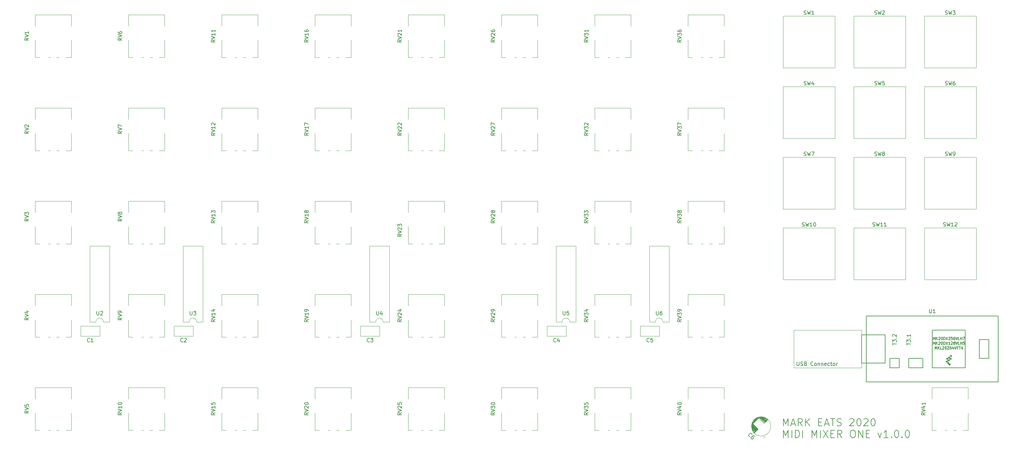
<source format=gbr>
G04 #@! TF.GenerationSoftware,KiCad,Pcbnew,(5.1.5-0-10_14)*
G04 #@! TF.CreationDate,2020-08-10T14:33:18-07:00*
G04 #@! TF.ProjectId,MIDI Mixer One,4d494449-204d-4697-9865-72204f6e652e,v1.0.0*
G04 #@! TF.SameCoordinates,Original*
G04 #@! TF.FileFunction,Legend,Top*
G04 #@! TF.FilePolarity,Positive*
%FSLAX46Y46*%
G04 Gerber Fmt 4.6, Leading zero omitted, Abs format (unit mm)*
G04 Created by KiCad (PCBNEW (5.1.5-0-10_14)) date 2020-08-10 14:33:18*
%MOMM*%
%LPD*%
G04 APERTURE LIST*
%ADD10C,0.150000*%
%ADD11C,0.120000*%
%ADD12C,0.100000*%
G04 APERTURE END LIST*
D10*
X277179690Y-185765761D02*
X277179690Y-183765761D01*
X277846357Y-185194333D01*
X278513023Y-183765761D01*
X278513023Y-185765761D01*
X279370166Y-185194333D02*
X280322547Y-185194333D01*
X279179690Y-185765761D02*
X279846357Y-183765761D01*
X280513023Y-185765761D01*
X282322547Y-185765761D02*
X281655880Y-184813380D01*
X281179690Y-185765761D02*
X281179690Y-183765761D01*
X281941595Y-183765761D01*
X282132071Y-183861000D01*
X282227309Y-183956238D01*
X282322547Y-184146714D01*
X282322547Y-184432428D01*
X282227309Y-184622904D01*
X282132071Y-184718142D01*
X281941595Y-184813380D01*
X281179690Y-184813380D01*
X283179690Y-185765761D02*
X283179690Y-183765761D01*
X284322547Y-185765761D02*
X283465404Y-184622904D01*
X284322547Y-183765761D02*
X283179690Y-184908619D01*
X286703500Y-184718142D02*
X287370166Y-184718142D01*
X287655880Y-185765761D02*
X286703500Y-185765761D01*
X286703500Y-183765761D01*
X287655880Y-183765761D01*
X288417785Y-185194333D02*
X289370166Y-185194333D01*
X288227309Y-185765761D02*
X288893976Y-183765761D01*
X289560642Y-185765761D01*
X289941595Y-183765761D02*
X291084452Y-183765761D01*
X290513023Y-185765761D02*
X290513023Y-183765761D01*
X291655880Y-185670523D02*
X291941595Y-185765761D01*
X292417785Y-185765761D01*
X292608261Y-185670523D01*
X292703500Y-185575285D01*
X292798738Y-185384809D01*
X292798738Y-185194333D01*
X292703500Y-185003857D01*
X292608261Y-184908619D01*
X292417785Y-184813380D01*
X292036833Y-184718142D01*
X291846357Y-184622904D01*
X291751119Y-184527666D01*
X291655880Y-184337190D01*
X291655880Y-184146714D01*
X291751119Y-183956238D01*
X291846357Y-183861000D01*
X292036833Y-183765761D01*
X292513023Y-183765761D01*
X292798738Y-183861000D01*
X295084452Y-183956238D02*
X295179690Y-183861000D01*
X295370166Y-183765761D01*
X295846357Y-183765761D01*
X296036833Y-183861000D01*
X296132071Y-183956238D01*
X296227309Y-184146714D01*
X296227309Y-184337190D01*
X296132071Y-184622904D01*
X294989214Y-185765761D01*
X296227309Y-185765761D01*
X297465404Y-183765761D02*
X297655880Y-183765761D01*
X297846357Y-183861000D01*
X297941595Y-183956238D01*
X298036833Y-184146714D01*
X298132071Y-184527666D01*
X298132071Y-185003857D01*
X298036833Y-185384809D01*
X297941595Y-185575285D01*
X297846357Y-185670523D01*
X297655880Y-185765761D01*
X297465404Y-185765761D01*
X297274928Y-185670523D01*
X297179690Y-185575285D01*
X297084452Y-185384809D01*
X296989214Y-185003857D01*
X296989214Y-184527666D01*
X297084452Y-184146714D01*
X297179690Y-183956238D01*
X297274928Y-183861000D01*
X297465404Y-183765761D01*
X298893976Y-183956238D02*
X298989214Y-183861000D01*
X299179690Y-183765761D01*
X299655880Y-183765761D01*
X299846357Y-183861000D01*
X299941595Y-183956238D01*
X300036833Y-184146714D01*
X300036833Y-184337190D01*
X299941595Y-184622904D01*
X298798738Y-185765761D01*
X300036833Y-185765761D01*
X301274928Y-183765761D02*
X301465404Y-183765761D01*
X301655880Y-183861000D01*
X301751119Y-183956238D01*
X301846357Y-184146714D01*
X301941595Y-184527666D01*
X301941595Y-185003857D01*
X301846357Y-185384809D01*
X301751119Y-185575285D01*
X301655880Y-185670523D01*
X301465404Y-185765761D01*
X301274928Y-185765761D01*
X301084452Y-185670523D01*
X300989214Y-185575285D01*
X300893976Y-185384809D01*
X300798738Y-185003857D01*
X300798738Y-184527666D01*
X300893976Y-184146714D01*
X300989214Y-183956238D01*
X301084452Y-183861000D01*
X301274928Y-183765761D01*
X277179690Y-188915761D02*
X277179690Y-186915761D01*
X277846357Y-188344333D01*
X278513023Y-186915761D01*
X278513023Y-188915761D01*
X279465404Y-188915761D02*
X279465404Y-186915761D01*
X280417785Y-188915761D02*
X280417785Y-186915761D01*
X280893976Y-186915761D01*
X281179690Y-187011000D01*
X281370166Y-187201476D01*
X281465404Y-187391952D01*
X281560642Y-187772904D01*
X281560642Y-188058619D01*
X281465404Y-188439571D01*
X281370166Y-188630047D01*
X281179690Y-188820523D01*
X280893976Y-188915761D01*
X280417785Y-188915761D01*
X282417785Y-188915761D02*
X282417785Y-186915761D01*
X284893976Y-188915761D02*
X284893976Y-186915761D01*
X285560642Y-188344333D01*
X286227309Y-186915761D01*
X286227309Y-188915761D01*
X287179690Y-188915761D02*
X287179690Y-186915761D01*
X287941595Y-186915761D02*
X289274928Y-188915761D01*
X289274928Y-186915761D02*
X287941595Y-188915761D01*
X290036833Y-187868142D02*
X290703500Y-187868142D01*
X290989214Y-188915761D02*
X290036833Y-188915761D01*
X290036833Y-186915761D01*
X290989214Y-186915761D01*
X292989214Y-188915761D02*
X292322547Y-187963380D01*
X291846357Y-188915761D02*
X291846357Y-186915761D01*
X292608261Y-186915761D01*
X292798738Y-187011000D01*
X292893976Y-187106238D01*
X292989214Y-187296714D01*
X292989214Y-187582428D01*
X292893976Y-187772904D01*
X292798738Y-187868142D01*
X292608261Y-187963380D01*
X291846357Y-187963380D01*
X295751119Y-186915761D02*
X296132071Y-186915761D01*
X296322547Y-187011000D01*
X296513023Y-187201476D01*
X296608261Y-187582428D01*
X296608261Y-188249095D01*
X296513023Y-188630047D01*
X296322547Y-188820523D01*
X296132071Y-188915761D01*
X295751119Y-188915761D01*
X295560642Y-188820523D01*
X295370166Y-188630047D01*
X295274928Y-188249095D01*
X295274928Y-187582428D01*
X295370166Y-187201476D01*
X295560642Y-187011000D01*
X295751119Y-186915761D01*
X297465404Y-188915761D02*
X297465404Y-186915761D01*
X298608261Y-188915761D01*
X298608261Y-186915761D01*
X299560642Y-187868142D02*
X300227309Y-187868142D01*
X300513023Y-188915761D02*
X299560642Y-188915761D01*
X299560642Y-186915761D01*
X300513023Y-186915761D01*
X302703500Y-187582428D02*
X303179690Y-188915761D01*
X303655880Y-187582428D01*
X305465404Y-188915761D02*
X304322547Y-188915761D01*
X304893976Y-188915761D02*
X304893976Y-186915761D01*
X304703500Y-187201476D01*
X304513023Y-187391952D01*
X304322547Y-187487190D01*
X306322547Y-188725285D02*
X306417785Y-188820523D01*
X306322547Y-188915761D01*
X306227309Y-188820523D01*
X306322547Y-188725285D01*
X306322547Y-188915761D01*
X307655880Y-186915761D02*
X307846357Y-186915761D01*
X308036833Y-187011000D01*
X308132071Y-187106238D01*
X308227309Y-187296714D01*
X308322547Y-187677666D01*
X308322547Y-188153857D01*
X308227309Y-188534809D01*
X308132071Y-188725285D01*
X308036833Y-188820523D01*
X307846357Y-188915761D01*
X307655880Y-188915761D01*
X307465404Y-188820523D01*
X307370166Y-188725285D01*
X307274928Y-188534809D01*
X307179690Y-188153857D01*
X307179690Y-187677666D01*
X307274928Y-187296714D01*
X307370166Y-187106238D01*
X307465404Y-187011000D01*
X307655880Y-186915761D01*
X309179690Y-188725285D02*
X309274928Y-188820523D01*
X309179690Y-188915761D01*
X309084452Y-188820523D01*
X309179690Y-188725285D01*
X309179690Y-188915761D01*
X310513023Y-186915761D02*
X310703500Y-186915761D01*
X310893976Y-187011000D01*
X310989214Y-187106238D01*
X311084452Y-187296714D01*
X311179690Y-187677666D01*
X311179690Y-188153857D01*
X311084452Y-188534809D01*
X310989214Y-188725285D01*
X310893976Y-188820523D01*
X310703500Y-188915761D01*
X310513023Y-188915761D01*
X310322547Y-188820523D01*
X310227309Y-188725285D01*
X310132071Y-188534809D01*
X310036833Y-188153857D01*
X310036833Y-187677666D01*
X310132071Y-187296714D01*
X310227309Y-187106238D01*
X310322547Y-187011000D01*
X310513023Y-186915761D01*
X280878595Y-168489380D02*
X280878595Y-169298904D01*
X280926214Y-169394142D01*
X280973833Y-169441761D01*
X281069071Y-169489380D01*
X281259547Y-169489380D01*
X281354785Y-169441761D01*
X281402404Y-169394142D01*
X281450023Y-169298904D01*
X281450023Y-168489380D01*
X281878595Y-169441761D02*
X282021452Y-169489380D01*
X282259547Y-169489380D01*
X282354785Y-169441761D01*
X282402404Y-169394142D01*
X282450023Y-169298904D01*
X282450023Y-169203666D01*
X282402404Y-169108428D01*
X282354785Y-169060809D01*
X282259547Y-169013190D01*
X282069071Y-168965571D01*
X281973833Y-168917952D01*
X281926214Y-168870333D01*
X281878595Y-168775095D01*
X281878595Y-168679857D01*
X281926214Y-168584619D01*
X281973833Y-168537000D01*
X282069071Y-168489380D01*
X282307166Y-168489380D01*
X282450023Y-168537000D01*
X283211928Y-168965571D02*
X283354785Y-169013190D01*
X283402404Y-169060809D01*
X283450023Y-169156047D01*
X283450023Y-169298904D01*
X283402404Y-169394142D01*
X283354785Y-169441761D01*
X283259547Y-169489380D01*
X282878595Y-169489380D01*
X282878595Y-168489380D01*
X283211928Y-168489380D01*
X283307166Y-168537000D01*
X283354785Y-168584619D01*
X283402404Y-168679857D01*
X283402404Y-168775095D01*
X283354785Y-168870333D01*
X283307166Y-168917952D01*
X283211928Y-168965571D01*
X282878595Y-168965571D01*
X285211928Y-169394142D02*
X285164309Y-169441761D01*
X285021452Y-169489380D01*
X284926214Y-169489380D01*
X284783357Y-169441761D01*
X284688119Y-169346523D01*
X284640500Y-169251285D01*
X284592880Y-169060809D01*
X284592880Y-168917952D01*
X284640500Y-168727476D01*
X284688119Y-168632238D01*
X284783357Y-168537000D01*
X284926214Y-168489380D01*
X285021452Y-168489380D01*
X285164309Y-168537000D01*
X285211928Y-168584619D01*
X285783357Y-169489380D02*
X285688119Y-169441761D01*
X285640500Y-169394142D01*
X285592880Y-169298904D01*
X285592880Y-169013190D01*
X285640500Y-168917952D01*
X285688119Y-168870333D01*
X285783357Y-168822714D01*
X285926214Y-168822714D01*
X286021452Y-168870333D01*
X286069071Y-168917952D01*
X286116690Y-169013190D01*
X286116690Y-169298904D01*
X286069071Y-169394142D01*
X286021452Y-169441761D01*
X285926214Y-169489380D01*
X285783357Y-169489380D01*
X286545261Y-168822714D02*
X286545261Y-169489380D01*
X286545261Y-168917952D02*
X286592880Y-168870333D01*
X286688119Y-168822714D01*
X286830976Y-168822714D01*
X286926214Y-168870333D01*
X286973833Y-168965571D01*
X286973833Y-169489380D01*
X287450023Y-168822714D02*
X287450023Y-169489380D01*
X287450023Y-168917952D02*
X287497642Y-168870333D01*
X287592880Y-168822714D01*
X287735738Y-168822714D01*
X287830976Y-168870333D01*
X287878595Y-168965571D01*
X287878595Y-169489380D01*
X288735738Y-169441761D02*
X288640500Y-169489380D01*
X288450023Y-169489380D01*
X288354785Y-169441761D01*
X288307166Y-169346523D01*
X288307166Y-168965571D01*
X288354785Y-168870333D01*
X288450023Y-168822714D01*
X288640500Y-168822714D01*
X288735738Y-168870333D01*
X288783357Y-168965571D01*
X288783357Y-169060809D01*
X288307166Y-169156047D01*
X289640500Y-169441761D02*
X289545261Y-169489380D01*
X289354785Y-169489380D01*
X289259547Y-169441761D01*
X289211928Y-169394142D01*
X289164309Y-169298904D01*
X289164309Y-169013190D01*
X289211928Y-168917952D01*
X289259547Y-168870333D01*
X289354785Y-168822714D01*
X289545261Y-168822714D01*
X289640500Y-168870333D01*
X289926214Y-168822714D02*
X290307166Y-168822714D01*
X290069071Y-168489380D02*
X290069071Y-169346523D01*
X290116690Y-169441761D01*
X290211928Y-169489380D01*
X290307166Y-169489380D01*
X290783357Y-169489380D02*
X290688119Y-169441761D01*
X290640500Y-169394142D01*
X290592880Y-169298904D01*
X290592880Y-169013190D01*
X290640500Y-168917952D01*
X290688119Y-168870333D01*
X290783357Y-168822714D01*
X290926214Y-168822714D01*
X291021452Y-168870333D01*
X291069071Y-168917952D01*
X291116690Y-169013190D01*
X291116690Y-169298904D01*
X291069071Y-169394142D01*
X291021452Y-169441761D01*
X290926214Y-169489380D01*
X290783357Y-169489380D01*
X291545261Y-169489380D02*
X291545261Y-168822714D01*
X291545261Y-169013190D02*
X291592880Y-168917952D01*
X291640500Y-168870333D01*
X291735738Y-168822714D01*
X291830976Y-168822714D01*
D11*
X292227000Y-159893000D02*
X298323000Y-159893000D01*
X298323000Y-170053000D02*
X292227000Y-170053000D01*
X298323000Y-159893000D02*
X298323000Y-170053000D01*
X280035000Y-159893000D02*
X280035000Y-170053000D01*
X292227000Y-170053000D02*
X280035000Y-170053000D01*
X280035000Y-159893000D02*
X292227000Y-159893000D01*
X315214000Y-127254000D02*
X315214000Y-113284000D01*
X329184000Y-127254000D02*
X315214000Y-127254000D01*
X329184000Y-113284000D02*
X329184000Y-127254000D01*
X315214000Y-113284000D02*
X329184000Y-113284000D01*
X236097000Y-125071000D02*
X226357000Y-125071000D01*
X236097000Y-136661000D02*
X234607000Y-136661000D01*
X236097000Y-128131000D02*
X236097000Y-125071000D01*
X226347000Y-136661000D02*
X226347000Y-131941000D01*
X226357000Y-128131000D02*
X226357000Y-125071000D01*
X236097000Y-136661000D02*
X236097000Y-131941000D01*
X227537000Y-136661000D02*
X226357000Y-136661000D01*
X230437000Y-136661000D02*
X229907000Y-136661000D01*
X232887000Y-136661000D02*
X232057000Y-136661000D01*
X215917000Y-157667000D02*
X217567000Y-157667000D01*
X215917000Y-137227000D02*
X215917000Y-157667000D01*
X221217000Y-137227000D02*
X215917000Y-137227000D01*
X221217000Y-157667000D02*
X221217000Y-137227000D01*
X219567000Y-157667000D02*
X221217000Y-157667000D01*
X217567000Y-157667000D02*
G75*
G02X219567000Y-157667000I1000000J0D01*
G01*
X210951000Y-150217000D02*
X201211000Y-150217000D01*
X210951000Y-161807000D02*
X209461000Y-161807000D01*
X210951000Y-153277000D02*
X210951000Y-150217000D01*
X201201000Y-161807000D02*
X201201000Y-157087000D01*
X201211000Y-153277000D02*
X201211000Y-150217000D01*
X210951000Y-161807000D02*
X210951000Y-157087000D01*
X202391000Y-161807000D02*
X201211000Y-161807000D01*
X205291000Y-161807000D02*
X204761000Y-161807000D01*
X207741000Y-161807000D02*
X206911000Y-161807000D01*
X160659000Y-125071000D02*
X150919000Y-125071000D01*
X160659000Y-136661000D02*
X159169000Y-136661000D01*
X160659000Y-128131000D02*
X160659000Y-125071000D01*
X150909000Y-136661000D02*
X150909000Y-131941000D01*
X150919000Y-128131000D02*
X150919000Y-125071000D01*
X160659000Y-136661000D02*
X160659000Y-131941000D01*
X152099000Y-136661000D02*
X150919000Y-136661000D01*
X154999000Y-136661000D02*
X154469000Y-136661000D01*
X157449000Y-136661000D02*
X156619000Y-136661000D01*
X185805000Y-125071000D02*
X176065000Y-125071000D01*
X185805000Y-136661000D02*
X184315000Y-136661000D01*
X185805000Y-128131000D02*
X185805000Y-125071000D01*
X176055000Y-136661000D02*
X176055000Y-131941000D01*
X176065000Y-128131000D02*
X176065000Y-125071000D01*
X185805000Y-136661000D02*
X185805000Y-131941000D01*
X177245000Y-136661000D02*
X176065000Y-136661000D01*
X180145000Y-136661000D02*
X179615000Y-136661000D01*
X182595000Y-136661000D02*
X181765000Y-136661000D01*
X160659000Y-150217000D02*
X150919000Y-150217000D01*
X160659000Y-161807000D02*
X159169000Y-161807000D01*
X160659000Y-153277000D02*
X160659000Y-150217000D01*
X150909000Y-161807000D02*
X150909000Y-157087000D01*
X150919000Y-153277000D02*
X150919000Y-150217000D01*
X160659000Y-161807000D02*
X160659000Y-157087000D01*
X152099000Y-161807000D02*
X150919000Y-161807000D01*
X154999000Y-161807000D02*
X154469000Y-161807000D01*
X157449000Y-161807000D02*
X156619000Y-161807000D01*
X165625000Y-157667000D02*
X167275000Y-157667000D01*
X165625000Y-137227000D02*
X165625000Y-157667000D01*
X170925000Y-137227000D02*
X165625000Y-137227000D01*
X170925000Y-157667000D02*
X170925000Y-137227000D01*
X169275000Y-157667000D02*
X170925000Y-157667000D01*
X167275000Y-157667000D02*
G75*
G02X169275000Y-157667000I1000000J0D01*
G01*
X90187000Y-157667000D02*
X91837000Y-157667000D01*
X90187000Y-137227000D02*
X90187000Y-157667000D01*
X95487000Y-137227000D02*
X90187000Y-137227000D01*
X95487000Y-157667000D02*
X95487000Y-137227000D01*
X93837000Y-157667000D02*
X95487000Y-157667000D01*
X91837000Y-157667000D02*
G75*
G02X93837000Y-157667000I1000000J0D01*
G01*
X261243000Y-125071000D02*
X251503000Y-125071000D01*
X261243000Y-136661000D02*
X259753000Y-136661000D01*
X261243000Y-128131000D02*
X261243000Y-125071000D01*
X251493000Y-136661000D02*
X251493000Y-131941000D01*
X251503000Y-128131000D02*
X251503000Y-125071000D01*
X261243000Y-136661000D02*
X261243000Y-131941000D01*
X252683000Y-136661000D02*
X251503000Y-136661000D01*
X255583000Y-136661000D02*
X255053000Y-136661000D01*
X258033000Y-136661000D02*
X257203000Y-136661000D01*
X315214000Y-146304000D02*
X315214000Y-132334000D01*
X329184000Y-146304000D02*
X315214000Y-146304000D01*
X329184000Y-132334000D02*
X329184000Y-146304000D01*
X315214000Y-132334000D02*
X329184000Y-132334000D01*
X163135000Y-161517000D02*
X163135000Y-158777000D01*
X168375000Y-161517000D02*
X168375000Y-158777000D01*
X168375000Y-158777000D02*
X163135000Y-158777000D01*
X168375000Y-161517000D02*
X163135000Y-161517000D01*
X112843000Y-161517000D02*
X112843000Y-158777000D01*
X118083000Y-161517000D02*
X118083000Y-158777000D01*
X118083000Y-158777000D02*
X112843000Y-158777000D01*
X118083000Y-161517000D02*
X112843000Y-161517000D01*
X87697000Y-161517000D02*
X87697000Y-158777000D01*
X92937000Y-161517000D02*
X92937000Y-158777000D01*
X92937000Y-158777000D02*
X87697000Y-158777000D01*
X92937000Y-161517000D02*
X87697000Y-161517000D01*
X238573000Y-161517000D02*
X238573000Y-158777000D01*
X243813000Y-161517000D02*
X243813000Y-158777000D01*
X243813000Y-158777000D02*
X238573000Y-158777000D01*
X243813000Y-161517000D02*
X238573000Y-161517000D01*
X213427000Y-161517000D02*
X213427000Y-158777000D01*
X218667000Y-161517000D02*
X218667000Y-158777000D01*
X218667000Y-158777000D02*
X213427000Y-158777000D01*
X218667000Y-161517000D02*
X213427000Y-161517000D01*
X271786633Y-188882151D02*
X272140186Y-188528598D01*
X272140186Y-188882151D02*
X271786633Y-188528598D01*
X269159890Y-184217527D02*
X269561527Y-183815890D01*
X269022711Y-184411274D02*
X269755274Y-183678711D01*
X268938566Y-184551988D02*
X269895988Y-183594566D01*
X268876340Y-184670782D02*
X270014782Y-183532340D01*
X268826843Y-184776848D02*
X270120848Y-183482843D01*
X268787245Y-184873015D02*
X270217015Y-183443245D01*
X268754011Y-184962817D02*
X270306817Y-183410011D01*
X268725727Y-185047670D02*
X270391670Y-183381727D01*
X268702392Y-185127573D02*
X270471573Y-183358392D01*
X268682593Y-185203941D02*
X270547941Y-183338593D01*
X268665623Y-185277480D02*
X270621480Y-183321623D01*
X268651480Y-185348191D02*
X270692191Y-183307480D01*
X268639460Y-185416780D02*
X270760780Y-183295460D01*
X268629560Y-185483248D02*
X270827248Y-183285560D01*
X268621782Y-185547595D02*
X270891595Y-183277782D01*
X270520364Y-183705581D02*
X270953820Y-183272125D01*
X268616125Y-185609820D02*
X269049581Y-185176364D01*
X270548648Y-183733866D02*
X271014631Y-183267882D01*
X268611882Y-185670631D02*
X269077866Y-185204648D01*
X270576932Y-183762150D02*
X271074028Y-183265054D01*
X268609054Y-185730028D02*
X269106150Y-185232932D01*
X270605216Y-183790434D02*
X271132011Y-183263640D01*
X268607640Y-185788011D02*
X269134434Y-185261216D01*
X270633501Y-183818719D02*
X271189287Y-183262933D01*
X268606933Y-185845287D02*
X269162719Y-185289501D01*
X270661785Y-183847003D02*
X271244441Y-183264347D01*
X268608347Y-185900441D02*
X269191003Y-185317785D01*
X270690069Y-183875287D02*
X271298888Y-183266468D01*
X268610468Y-185954888D02*
X269219287Y-185346069D01*
X270718354Y-183903571D02*
X271352628Y-183269297D01*
X268613297Y-186008628D02*
X269247571Y-185374354D01*
X270746638Y-183931856D02*
X271404954Y-183273539D01*
X268617539Y-186060954D02*
X269275856Y-185402638D01*
X270774922Y-183960140D02*
X271456573Y-183278489D01*
X268622489Y-186112573D02*
X269304140Y-185430922D01*
X270803206Y-183988424D02*
X271506778Y-183284853D01*
X268628853Y-186162778D02*
X269332424Y-185459206D01*
X270831491Y-184016708D02*
X271556275Y-183291924D01*
X268635924Y-186212275D02*
X269360708Y-185487491D01*
X270859775Y-184044993D02*
X271605773Y-183298995D01*
X268642995Y-186261773D02*
X269388993Y-185515775D01*
X270888059Y-184073277D02*
X271653149Y-183308187D01*
X268652187Y-186309149D02*
X269417277Y-185544059D01*
X270916343Y-184101561D02*
X271700525Y-183317380D01*
X268661380Y-186356525D02*
X269445561Y-185572343D01*
X270944628Y-184129846D02*
X271747194Y-183327279D01*
X268671279Y-186403194D02*
X269473846Y-185600628D01*
X270972912Y-184158130D02*
X271793156Y-183337886D01*
X268681886Y-186449156D02*
X269502130Y-185628912D01*
X271001196Y-184186414D02*
X271838411Y-183349200D01*
X268693200Y-186494411D02*
X269530414Y-185657196D01*
X271029480Y-184214698D02*
X271882958Y-183361220D01*
X268705220Y-186538958D02*
X269558698Y-185685480D01*
X271057765Y-184242983D02*
X271926092Y-183374656D01*
X268718656Y-186582092D02*
X269586983Y-185713765D01*
X271086049Y-184271267D02*
X271969933Y-183387383D01*
X268731383Y-186625933D02*
X269615267Y-185742049D01*
X271114333Y-184299551D02*
X272012359Y-183401526D01*
X268745526Y-186668359D02*
X269643551Y-185770333D01*
X271142618Y-184327835D02*
X272054078Y-183416375D01*
X268760375Y-186710078D02*
X269671835Y-185798618D01*
X271170902Y-184356120D02*
X272095798Y-183431224D01*
X268775224Y-186751798D02*
X269700120Y-185826902D01*
X271199186Y-184384404D02*
X272136103Y-183447488D01*
X268791488Y-186792103D02*
X269728404Y-185855186D01*
X271227470Y-184412688D02*
X272176408Y-183463751D01*
X268807751Y-186832408D02*
X269756688Y-185883470D01*
X271255755Y-184440973D02*
X272216006Y-183480722D01*
X268824722Y-186872006D02*
X269784973Y-185911755D01*
X271284039Y-184469257D02*
X272255604Y-183497692D01*
X268841692Y-186911604D02*
X269813257Y-185940039D01*
X271312323Y-184497541D02*
X272293787Y-183516077D01*
X268860077Y-186949787D02*
X269841541Y-185968323D01*
X271340607Y-184525825D02*
X272331971Y-183534462D01*
X268878462Y-186987971D02*
X269869825Y-185996607D01*
X271368892Y-184554110D02*
X272369448Y-183553554D01*
X268897554Y-187025448D02*
X269898110Y-186024892D01*
X271397176Y-184582394D02*
X272406924Y-183572645D01*
X268916645Y-187062924D02*
X269926394Y-186053176D01*
X271425460Y-184610678D02*
X272443694Y-183592444D01*
X268936444Y-187099694D02*
X269954678Y-186081460D01*
X271454452Y-184639670D02*
X272480464Y-183613658D01*
X268957658Y-187136464D02*
X269983670Y-186110452D01*
X271482736Y-184667954D02*
X272515819Y-183634871D01*
X268978871Y-187171819D02*
X270011954Y-186138736D01*
X271511020Y-184696238D02*
X272551174Y-183656084D01*
X269000084Y-187207174D02*
X270040238Y-186167020D01*
X271539304Y-184724522D02*
X272585823Y-183678004D01*
X269022004Y-187241823D02*
X270068522Y-186195304D01*
X271567589Y-184752807D02*
X272619764Y-183700632D01*
X269044632Y-187275764D02*
X270096807Y-186223589D01*
X271595873Y-184781091D02*
X272653705Y-183723259D01*
X269067259Y-187309705D02*
X270125091Y-186251873D01*
X271624157Y-184809375D02*
X272686939Y-183746594D01*
X269090594Y-187342939D02*
X270153375Y-186280157D01*
X271652442Y-184837659D02*
X272720173Y-183769928D01*
X269113928Y-187376173D02*
X270181659Y-186308442D01*
X271680726Y-184865944D02*
X272752700Y-183793970D01*
X269137970Y-187408700D02*
X270209944Y-186336726D01*
X271709010Y-184894228D02*
X272784520Y-183818719D01*
X269162719Y-187440520D02*
X270238228Y-186365010D01*
X271737294Y-184922512D02*
X272815632Y-183844174D01*
X269188174Y-187471632D02*
X270266512Y-186393294D01*
X271765579Y-184950797D02*
X272846745Y-183869630D01*
X269213630Y-187502745D02*
X270294797Y-186421579D01*
X271793863Y-184979081D02*
X272877858Y-183895086D01*
X269239086Y-187533858D02*
X270323081Y-186449863D01*
X271822147Y-185007365D02*
X272908263Y-183921249D01*
X269265249Y-187564263D02*
X270351365Y-186478147D01*
X271850431Y-185035649D02*
X272937962Y-183948119D01*
X269292119Y-187593962D02*
X270379649Y-186506431D01*
X271878716Y-185063934D02*
X272966953Y-183975696D01*
X269319696Y-187622953D02*
X270407934Y-186534716D01*
X269347273Y-187651944D02*
X270436218Y-186563000D01*
X271907000Y-185092218D02*
X272995944Y-184003273D01*
X269375558Y-187680229D02*
X270464502Y-186591284D01*
X271935284Y-185120502D02*
X273024229Y-184031558D01*
X273819893Y-185855893D02*
G75*
G03X273819893Y-185855893I-2620000J0D01*
G01*
D12*
G36*
X322199000Y-167894000D02*
G01*
X321945000Y-167640000D01*
X322326000Y-167386000D01*
X322580000Y-167640000D01*
X322199000Y-167894000D01*
G37*
X322199000Y-167894000D02*
X321945000Y-167640000D01*
X322326000Y-167386000D01*
X322580000Y-167640000D01*
X322199000Y-167894000D01*
G36*
X321183000Y-168656000D02*
G01*
X320929000Y-168402000D01*
X321310000Y-168148000D01*
X321564000Y-168402000D01*
X321183000Y-168656000D01*
G37*
X321183000Y-168656000D02*
X320929000Y-168402000D01*
X321310000Y-168148000D01*
X321564000Y-168402000D01*
X321183000Y-168656000D01*
G36*
X321945000Y-169418000D02*
G01*
X321691000Y-169164000D01*
X322072000Y-168910000D01*
X322326000Y-169164000D01*
X321945000Y-169418000D01*
G37*
X321945000Y-169418000D02*
X321691000Y-169164000D01*
X322072000Y-168910000D01*
X322326000Y-169164000D01*
X321945000Y-169418000D01*
G36*
X321818000Y-167513000D02*
G01*
X321564000Y-167259000D01*
X321945000Y-167005000D01*
X322199000Y-167259000D01*
X321818000Y-167513000D01*
G37*
X321818000Y-167513000D02*
X321564000Y-167259000D01*
X321945000Y-167005000D01*
X322199000Y-167259000D01*
X321818000Y-167513000D01*
G36*
X321564000Y-169037000D02*
G01*
X321310000Y-168783000D01*
X321691000Y-168529000D01*
X321945000Y-168783000D01*
X321564000Y-169037000D01*
G37*
X321564000Y-169037000D02*
X321310000Y-168783000D01*
X321691000Y-168529000D01*
X321945000Y-168783000D01*
X321564000Y-169037000D01*
G36*
X322326000Y-167132000D02*
G01*
X322072000Y-166878000D01*
X322453000Y-166624000D01*
X322707000Y-166878000D01*
X322326000Y-167132000D01*
G37*
X322326000Y-167132000D02*
X322072000Y-166878000D01*
X322453000Y-166624000D01*
X322707000Y-166878000D01*
X322326000Y-167132000D01*
G36*
X321691000Y-168275000D02*
G01*
X321437000Y-168021000D01*
X321818000Y-167767000D01*
X322072000Y-168021000D01*
X321691000Y-168275000D01*
G37*
X321691000Y-168275000D02*
X321437000Y-168021000D01*
X321818000Y-167767000D01*
X322072000Y-168021000D01*
X321691000Y-168275000D01*
G36*
X321310000Y-167894000D02*
G01*
X321056000Y-167640000D01*
X321437000Y-167386000D01*
X321691000Y-167640000D01*
X321310000Y-167894000D01*
G37*
X321310000Y-167894000D02*
X321056000Y-167640000D01*
X321437000Y-167386000D01*
X321691000Y-167640000D01*
X321310000Y-167894000D01*
D10*
X299593000Y-173863000D02*
X299593000Y-156083000D01*
X335153000Y-173863000D02*
X299593000Y-173863000D01*
X335153000Y-156083000D02*
X335153000Y-173863000D01*
X299593000Y-156083000D02*
X335153000Y-156083000D01*
X326263000Y-170053000D02*
X317373000Y-170053000D01*
X326263000Y-159893000D02*
X317373000Y-159893000D01*
X317373000Y-159893000D02*
X317373000Y-170053000D01*
X326263000Y-170053000D02*
X326263000Y-159893000D01*
X330073000Y-162433000D02*
X332613000Y-162433000D01*
X330073000Y-167513000D02*
X330073000Y-162433000D01*
X332613000Y-167513000D02*
X330073000Y-167513000D01*
X332613000Y-162433000D02*
X332613000Y-167513000D01*
X305943000Y-167513000D02*
X305943000Y-170053000D01*
X308483000Y-167513000D02*
X305943000Y-167513000D01*
X308483000Y-170053000D02*
X308483000Y-167513000D01*
X305943000Y-170053000D02*
X308483000Y-170053000D01*
X304673000Y-168783000D02*
X299593000Y-168783000D01*
X304673000Y-161163000D02*
X299593000Y-161163000D01*
X304673000Y-168783000D02*
X304673000Y-161163000D01*
X311023000Y-167513000D02*
X311023000Y-170053000D01*
X314833000Y-167513000D02*
X311023000Y-167513000D01*
X314833000Y-170053000D02*
X314833000Y-167513000D01*
X311023000Y-170053000D02*
X314833000Y-170053000D01*
X298323000Y-161163000D02*
X299593000Y-161163000D01*
X298323000Y-168783000D02*
X298323000Y-161163000D01*
X299593000Y-168783000D02*
X298323000Y-168783000D01*
D11*
X241063000Y-157667000D02*
X242713000Y-157667000D01*
X241063000Y-137227000D02*
X241063000Y-157667000D01*
X246363000Y-137227000D02*
X241063000Y-137227000D01*
X246363000Y-157667000D02*
X246363000Y-137227000D01*
X244713000Y-157667000D02*
X246363000Y-157667000D01*
X242713000Y-157667000D02*
G75*
G02X244713000Y-157667000I1000000J0D01*
G01*
X296164000Y-146304000D02*
X296164000Y-132334000D01*
X310134000Y-146304000D02*
X296164000Y-146304000D01*
X310134000Y-132334000D02*
X310134000Y-146304000D01*
X296164000Y-132334000D02*
X310134000Y-132334000D01*
X277114000Y-127254000D02*
X277114000Y-113284000D01*
X291084000Y-127254000D02*
X277114000Y-127254000D01*
X291084000Y-113284000D02*
X291084000Y-127254000D01*
X277114000Y-113284000D02*
X291084000Y-113284000D01*
X277114000Y-146304000D02*
X277114000Y-132334000D01*
X291084000Y-146304000D02*
X277114000Y-146304000D01*
X291084000Y-132334000D02*
X291084000Y-146304000D01*
X277114000Y-132334000D02*
X291084000Y-132334000D01*
X160659000Y-175363000D02*
X150919000Y-175363000D01*
X160659000Y-186953000D02*
X159169000Y-186953000D01*
X160659000Y-178423000D02*
X160659000Y-175363000D01*
X150909000Y-186953000D02*
X150909000Y-182233000D01*
X150919000Y-178423000D02*
X150919000Y-175363000D01*
X160659000Y-186953000D02*
X160659000Y-182233000D01*
X152099000Y-186953000D02*
X150919000Y-186953000D01*
X154999000Y-186953000D02*
X154469000Y-186953000D01*
X157449000Y-186953000D02*
X156619000Y-186953000D01*
X115333000Y-157667000D02*
X116983000Y-157667000D01*
X115333000Y-137227000D02*
X115333000Y-157667000D01*
X120633000Y-137227000D02*
X115333000Y-137227000D01*
X120633000Y-157667000D02*
X120633000Y-137227000D01*
X118983000Y-157667000D02*
X120633000Y-157667000D01*
X116983000Y-157667000D02*
G75*
G02X118983000Y-157667000I1000000J0D01*
G01*
X296164000Y-127254000D02*
X296164000Y-113284000D01*
X310134000Y-127254000D02*
X296164000Y-127254000D01*
X310134000Y-113284000D02*
X310134000Y-127254000D01*
X296164000Y-113284000D02*
X310134000Y-113284000D01*
X315214000Y-108204000D02*
X315214000Y-94234000D01*
X329184000Y-108204000D02*
X315214000Y-108204000D01*
X329184000Y-94234000D02*
X329184000Y-108204000D01*
X315214000Y-94234000D02*
X329184000Y-94234000D01*
X296164000Y-108204000D02*
X296164000Y-94234000D01*
X310134000Y-108204000D02*
X296164000Y-108204000D01*
X310134000Y-94234000D02*
X310134000Y-108204000D01*
X296164000Y-94234000D02*
X310134000Y-94234000D01*
X277114000Y-108204000D02*
X277114000Y-94234000D01*
X291084000Y-108204000D02*
X277114000Y-108204000D01*
X291084000Y-94234000D02*
X291084000Y-108204000D01*
X277114000Y-94234000D02*
X291084000Y-94234000D01*
X315214000Y-89154000D02*
X315214000Y-75184000D01*
X329184000Y-89154000D02*
X315214000Y-89154000D01*
X329184000Y-75184000D02*
X329184000Y-89154000D01*
X315214000Y-75184000D02*
X329184000Y-75184000D01*
X296164000Y-89154000D02*
X296164000Y-75184000D01*
X310134000Y-89154000D02*
X296164000Y-89154000D01*
X310134000Y-75184000D02*
X310134000Y-89154000D01*
X296164000Y-75184000D02*
X310134000Y-75184000D01*
X277114000Y-89154000D02*
X277114000Y-75184000D01*
X291084000Y-89154000D02*
X277114000Y-89154000D01*
X291084000Y-75184000D02*
X291084000Y-89154000D01*
X277114000Y-75184000D02*
X291084000Y-75184000D01*
X323819000Y-186953000D02*
X322989000Y-186953000D01*
X321369000Y-186953000D02*
X320839000Y-186953000D01*
X318469000Y-186953000D02*
X317289000Y-186953000D01*
X327029000Y-186953000D02*
X327029000Y-182233000D01*
X317289000Y-178423000D02*
X317289000Y-175363000D01*
X317279000Y-186953000D02*
X317279000Y-182233000D01*
X327029000Y-178423000D02*
X327029000Y-175363000D01*
X327029000Y-186953000D02*
X325539000Y-186953000D01*
X327029000Y-175363000D02*
X317289000Y-175363000D01*
X261243000Y-175363000D02*
X251503000Y-175363000D01*
X261243000Y-186953000D02*
X259753000Y-186953000D01*
X261243000Y-178423000D02*
X261243000Y-175363000D01*
X251493000Y-186953000D02*
X251493000Y-182233000D01*
X251503000Y-178423000D02*
X251503000Y-175363000D01*
X261243000Y-186953000D02*
X261243000Y-182233000D01*
X252683000Y-186953000D02*
X251503000Y-186953000D01*
X255583000Y-186953000D02*
X255053000Y-186953000D01*
X258033000Y-186953000D02*
X257203000Y-186953000D01*
X261243000Y-150217000D02*
X251503000Y-150217000D01*
X261243000Y-161807000D02*
X259753000Y-161807000D01*
X261243000Y-153277000D02*
X261243000Y-150217000D01*
X251493000Y-161807000D02*
X251493000Y-157087000D01*
X251503000Y-153277000D02*
X251503000Y-150217000D01*
X261243000Y-161807000D02*
X261243000Y-157087000D01*
X252683000Y-161807000D02*
X251503000Y-161807000D01*
X255583000Y-161807000D02*
X255053000Y-161807000D01*
X258033000Y-161807000D02*
X257203000Y-161807000D01*
X261243000Y-99925000D02*
X251503000Y-99925000D01*
X261243000Y-111515000D02*
X259753000Y-111515000D01*
X261243000Y-102985000D02*
X261243000Y-99925000D01*
X251493000Y-111515000D02*
X251493000Y-106795000D01*
X251503000Y-102985000D02*
X251503000Y-99925000D01*
X261243000Y-111515000D02*
X261243000Y-106795000D01*
X252683000Y-111515000D02*
X251503000Y-111515000D01*
X255583000Y-111515000D02*
X255053000Y-111515000D01*
X258033000Y-111515000D02*
X257203000Y-111515000D01*
X261243000Y-74779000D02*
X251503000Y-74779000D01*
X261243000Y-86369000D02*
X259753000Y-86369000D01*
X261243000Y-77839000D02*
X261243000Y-74779000D01*
X251493000Y-86369000D02*
X251493000Y-81649000D01*
X251503000Y-77839000D02*
X251503000Y-74779000D01*
X261243000Y-86369000D02*
X261243000Y-81649000D01*
X252683000Y-86369000D02*
X251503000Y-86369000D01*
X255583000Y-86369000D02*
X255053000Y-86369000D01*
X258033000Y-86369000D02*
X257203000Y-86369000D01*
X236097000Y-175363000D02*
X226357000Y-175363000D01*
X236097000Y-186953000D02*
X234607000Y-186953000D01*
X236097000Y-178423000D02*
X236097000Y-175363000D01*
X226347000Y-186953000D02*
X226347000Y-182233000D01*
X226357000Y-178423000D02*
X226357000Y-175363000D01*
X236097000Y-186953000D02*
X236097000Y-182233000D01*
X227537000Y-186953000D02*
X226357000Y-186953000D01*
X230437000Y-186953000D02*
X229907000Y-186953000D01*
X232887000Y-186953000D02*
X232057000Y-186953000D01*
X236097000Y-150217000D02*
X226357000Y-150217000D01*
X236097000Y-161807000D02*
X234607000Y-161807000D01*
X236097000Y-153277000D02*
X236097000Y-150217000D01*
X226347000Y-161807000D02*
X226347000Y-157087000D01*
X226357000Y-153277000D02*
X226357000Y-150217000D01*
X236097000Y-161807000D02*
X236097000Y-157087000D01*
X227537000Y-161807000D02*
X226357000Y-161807000D01*
X230437000Y-161807000D02*
X229907000Y-161807000D01*
X232887000Y-161807000D02*
X232057000Y-161807000D01*
X236097000Y-99925000D02*
X226357000Y-99925000D01*
X236097000Y-111515000D02*
X234607000Y-111515000D01*
X236097000Y-102985000D02*
X236097000Y-99925000D01*
X226347000Y-111515000D02*
X226347000Y-106795000D01*
X226357000Y-102985000D02*
X226357000Y-99925000D01*
X236097000Y-111515000D02*
X236097000Y-106795000D01*
X227537000Y-111515000D02*
X226357000Y-111515000D01*
X230437000Y-111515000D02*
X229907000Y-111515000D01*
X232887000Y-111515000D02*
X232057000Y-111515000D01*
X236097000Y-74779000D02*
X226357000Y-74779000D01*
X236097000Y-86369000D02*
X234607000Y-86369000D01*
X236097000Y-77839000D02*
X236097000Y-74779000D01*
X226347000Y-86369000D02*
X226347000Y-81649000D01*
X226357000Y-77839000D02*
X226357000Y-74779000D01*
X236097000Y-86369000D02*
X236097000Y-81649000D01*
X227537000Y-86369000D02*
X226357000Y-86369000D01*
X230437000Y-86369000D02*
X229907000Y-86369000D01*
X232887000Y-86369000D02*
X232057000Y-86369000D01*
X210951000Y-175363000D02*
X201211000Y-175363000D01*
X210951000Y-186953000D02*
X209461000Y-186953000D01*
X210951000Y-178423000D02*
X210951000Y-175363000D01*
X201201000Y-186953000D02*
X201201000Y-182233000D01*
X201211000Y-178423000D02*
X201211000Y-175363000D01*
X210951000Y-186953000D02*
X210951000Y-182233000D01*
X202391000Y-186953000D02*
X201211000Y-186953000D01*
X205291000Y-186953000D02*
X204761000Y-186953000D01*
X207741000Y-186953000D02*
X206911000Y-186953000D01*
X210951000Y-125071000D02*
X201211000Y-125071000D01*
X210951000Y-136661000D02*
X209461000Y-136661000D01*
X210951000Y-128131000D02*
X210951000Y-125071000D01*
X201201000Y-136661000D02*
X201201000Y-131941000D01*
X201211000Y-128131000D02*
X201211000Y-125071000D01*
X210951000Y-136661000D02*
X210951000Y-131941000D01*
X202391000Y-136661000D02*
X201211000Y-136661000D01*
X205291000Y-136661000D02*
X204761000Y-136661000D01*
X207741000Y-136661000D02*
X206911000Y-136661000D01*
X210951000Y-99925000D02*
X201211000Y-99925000D01*
X210951000Y-111515000D02*
X209461000Y-111515000D01*
X210951000Y-102985000D02*
X210951000Y-99925000D01*
X201201000Y-111515000D02*
X201201000Y-106795000D01*
X201211000Y-102985000D02*
X201211000Y-99925000D01*
X210951000Y-111515000D02*
X210951000Y-106795000D01*
X202391000Y-111515000D02*
X201211000Y-111515000D01*
X205291000Y-111515000D02*
X204761000Y-111515000D01*
X207741000Y-111515000D02*
X206911000Y-111515000D01*
X210951000Y-74779000D02*
X201211000Y-74779000D01*
X210951000Y-86369000D02*
X209461000Y-86369000D01*
X210951000Y-77839000D02*
X210951000Y-74779000D01*
X201201000Y-86369000D02*
X201201000Y-81649000D01*
X201211000Y-77839000D02*
X201211000Y-74779000D01*
X210951000Y-86369000D02*
X210951000Y-81649000D01*
X202391000Y-86369000D02*
X201211000Y-86369000D01*
X205291000Y-86369000D02*
X204761000Y-86369000D01*
X207741000Y-86369000D02*
X206911000Y-86369000D01*
X185805000Y-175363000D02*
X176065000Y-175363000D01*
X185805000Y-186953000D02*
X184315000Y-186953000D01*
X185805000Y-178423000D02*
X185805000Y-175363000D01*
X176055000Y-186953000D02*
X176055000Y-182233000D01*
X176065000Y-178423000D02*
X176065000Y-175363000D01*
X185805000Y-186953000D02*
X185805000Y-182233000D01*
X177245000Y-186953000D02*
X176065000Y-186953000D01*
X180145000Y-186953000D02*
X179615000Y-186953000D01*
X182595000Y-186953000D02*
X181765000Y-186953000D01*
X185805000Y-150217000D02*
X176065000Y-150217000D01*
X185805000Y-161807000D02*
X184315000Y-161807000D01*
X185805000Y-153277000D02*
X185805000Y-150217000D01*
X176055000Y-161807000D02*
X176055000Y-157087000D01*
X176065000Y-153277000D02*
X176065000Y-150217000D01*
X185805000Y-161807000D02*
X185805000Y-157087000D01*
X177245000Y-161807000D02*
X176065000Y-161807000D01*
X180145000Y-161807000D02*
X179615000Y-161807000D01*
X182595000Y-161807000D02*
X181765000Y-161807000D01*
X185805000Y-99925000D02*
X176065000Y-99925000D01*
X185805000Y-111515000D02*
X184315000Y-111515000D01*
X185805000Y-102985000D02*
X185805000Y-99925000D01*
X176055000Y-111515000D02*
X176055000Y-106795000D01*
X176065000Y-102985000D02*
X176065000Y-99925000D01*
X185805000Y-111515000D02*
X185805000Y-106795000D01*
X177245000Y-111515000D02*
X176065000Y-111515000D01*
X180145000Y-111515000D02*
X179615000Y-111515000D01*
X182595000Y-111515000D02*
X181765000Y-111515000D01*
X185805000Y-74779000D02*
X176065000Y-74779000D01*
X185805000Y-86369000D02*
X184315000Y-86369000D01*
X185805000Y-77839000D02*
X185805000Y-74779000D01*
X176055000Y-86369000D02*
X176055000Y-81649000D01*
X176065000Y-77839000D02*
X176065000Y-74779000D01*
X185805000Y-86369000D02*
X185805000Y-81649000D01*
X177245000Y-86369000D02*
X176065000Y-86369000D01*
X180145000Y-86369000D02*
X179615000Y-86369000D01*
X182595000Y-86369000D02*
X181765000Y-86369000D01*
X160659000Y-99925000D02*
X150919000Y-99925000D01*
X160659000Y-111515000D02*
X159169000Y-111515000D01*
X160659000Y-102985000D02*
X160659000Y-99925000D01*
X150909000Y-111515000D02*
X150909000Y-106795000D01*
X150919000Y-102985000D02*
X150919000Y-99925000D01*
X160659000Y-111515000D02*
X160659000Y-106795000D01*
X152099000Y-111515000D02*
X150919000Y-111515000D01*
X154999000Y-111515000D02*
X154469000Y-111515000D01*
X157449000Y-111515000D02*
X156619000Y-111515000D01*
X160659000Y-74779000D02*
X150919000Y-74779000D01*
X160659000Y-86369000D02*
X159169000Y-86369000D01*
X160659000Y-77839000D02*
X160659000Y-74779000D01*
X150909000Y-86369000D02*
X150909000Y-81649000D01*
X150919000Y-77839000D02*
X150919000Y-74779000D01*
X160659000Y-86369000D02*
X160659000Y-81649000D01*
X152099000Y-86369000D02*
X150919000Y-86369000D01*
X154999000Y-86369000D02*
X154469000Y-86369000D01*
X157449000Y-86369000D02*
X156619000Y-86369000D01*
X135513000Y-175363000D02*
X125773000Y-175363000D01*
X135513000Y-186953000D02*
X134023000Y-186953000D01*
X135513000Y-178423000D02*
X135513000Y-175363000D01*
X125763000Y-186953000D02*
X125763000Y-182233000D01*
X125773000Y-178423000D02*
X125773000Y-175363000D01*
X135513000Y-186953000D02*
X135513000Y-182233000D01*
X126953000Y-186953000D02*
X125773000Y-186953000D01*
X129853000Y-186953000D02*
X129323000Y-186953000D01*
X132303000Y-186953000D02*
X131473000Y-186953000D01*
X135513000Y-150217000D02*
X125773000Y-150217000D01*
X135513000Y-161807000D02*
X134023000Y-161807000D01*
X135513000Y-153277000D02*
X135513000Y-150217000D01*
X125763000Y-161807000D02*
X125763000Y-157087000D01*
X125773000Y-153277000D02*
X125773000Y-150217000D01*
X135513000Y-161807000D02*
X135513000Y-157087000D01*
X126953000Y-161807000D02*
X125773000Y-161807000D01*
X129853000Y-161807000D02*
X129323000Y-161807000D01*
X132303000Y-161807000D02*
X131473000Y-161807000D01*
X135513000Y-125071000D02*
X125773000Y-125071000D01*
X135513000Y-136661000D02*
X134023000Y-136661000D01*
X135513000Y-128131000D02*
X135513000Y-125071000D01*
X125763000Y-136661000D02*
X125763000Y-131941000D01*
X125773000Y-128131000D02*
X125773000Y-125071000D01*
X135513000Y-136661000D02*
X135513000Y-131941000D01*
X126953000Y-136661000D02*
X125773000Y-136661000D01*
X129853000Y-136661000D02*
X129323000Y-136661000D01*
X132303000Y-136661000D02*
X131473000Y-136661000D01*
X135513000Y-99925000D02*
X125773000Y-99925000D01*
X135513000Y-111515000D02*
X134023000Y-111515000D01*
X135513000Y-102985000D02*
X135513000Y-99925000D01*
X125763000Y-111515000D02*
X125763000Y-106795000D01*
X125773000Y-102985000D02*
X125773000Y-99925000D01*
X135513000Y-111515000D02*
X135513000Y-106795000D01*
X126953000Y-111515000D02*
X125773000Y-111515000D01*
X129853000Y-111515000D02*
X129323000Y-111515000D01*
X132303000Y-111515000D02*
X131473000Y-111515000D01*
X135513000Y-74779000D02*
X125773000Y-74779000D01*
X135513000Y-86369000D02*
X134023000Y-86369000D01*
X135513000Y-77839000D02*
X135513000Y-74779000D01*
X125763000Y-86369000D02*
X125763000Y-81649000D01*
X125773000Y-77839000D02*
X125773000Y-74779000D01*
X135513000Y-86369000D02*
X135513000Y-81649000D01*
X126953000Y-86369000D02*
X125773000Y-86369000D01*
X129853000Y-86369000D02*
X129323000Y-86369000D01*
X132303000Y-86369000D02*
X131473000Y-86369000D01*
X110367000Y-175363000D02*
X100627000Y-175363000D01*
X110367000Y-186953000D02*
X108877000Y-186953000D01*
X110367000Y-178423000D02*
X110367000Y-175363000D01*
X100617000Y-186953000D02*
X100617000Y-182233000D01*
X100627000Y-178423000D02*
X100627000Y-175363000D01*
X110367000Y-186953000D02*
X110367000Y-182233000D01*
X101807000Y-186953000D02*
X100627000Y-186953000D01*
X104707000Y-186953000D02*
X104177000Y-186953000D01*
X107157000Y-186953000D02*
X106327000Y-186953000D01*
X110367000Y-150217000D02*
X100627000Y-150217000D01*
X110367000Y-161807000D02*
X108877000Y-161807000D01*
X110367000Y-153277000D02*
X110367000Y-150217000D01*
X100617000Y-161807000D02*
X100617000Y-157087000D01*
X100627000Y-153277000D02*
X100627000Y-150217000D01*
X110367000Y-161807000D02*
X110367000Y-157087000D01*
X101807000Y-161807000D02*
X100627000Y-161807000D01*
X104707000Y-161807000D02*
X104177000Y-161807000D01*
X107157000Y-161807000D02*
X106327000Y-161807000D01*
X110367000Y-125071000D02*
X100627000Y-125071000D01*
X110367000Y-136661000D02*
X108877000Y-136661000D01*
X110367000Y-128131000D02*
X110367000Y-125071000D01*
X100617000Y-136661000D02*
X100617000Y-131941000D01*
X100627000Y-128131000D02*
X100627000Y-125071000D01*
X110367000Y-136661000D02*
X110367000Y-131941000D01*
X101807000Y-136661000D02*
X100627000Y-136661000D01*
X104707000Y-136661000D02*
X104177000Y-136661000D01*
X107157000Y-136661000D02*
X106327000Y-136661000D01*
X110367000Y-99925000D02*
X100627000Y-99925000D01*
X110367000Y-111515000D02*
X108877000Y-111515000D01*
X110367000Y-102985000D02*
X110367000Y-99925000D01*
X100617000Y-111515000D02*
X100617000Y-106795000D01*
X100627000Y-102985000D02*
X100627000Y-99925000D01*
X110367000Y-111515000D02*
X110367000Y-106795000D01*
X101807000Y-111515000D02*
X100627000Y-111515000D01*
X104707000Y-111515000D02*
X104177000Y-111515000D01*
X107157000Y-111515000D02*
X106327000Y-111515000D01*
X110367000Y-74779000D02*
X100627000Y-74779000D01*
X110367000Y-86369000D02*
X108877000Y-86369000D01*
X110367000Y-77839000D02*
X110367000Y-74779000D01*
X100617000Y-86369000D02*
X100617000Y-81649000D01*
X100627000Y-77839000D02*
X100627000Y-74779000D01*
X110367000Y-86369000D02*
X110367000Y-81649000D01*
X101807000Y-86369000D02*
X100627000Y-86369000D01*
X104707000Y-86369000D02*
X104177000Y-86369000D01*
X107157000Y-86369000D02*
X106327000Y-86369000D01*
X85221000Y-175363000D02*
X75481000Y-175363000D01*
X85221000Y-186953000D02*
X83731000Y-186953000D01*
X85221000Y-178423000D02*
X85221000Y-175363000D01*
X75471000Y-186953000D02*
X75471000Y-182233000D01*
X75481000Y-178423000D02*
X75481000Y-175363000D01*
X85221000Y-186953000D02*
X85221000Y-182233000D01*
X76661000Y-186953000D02*
X75481000Y-186953000D01*
X79561000Y-186953000D02*
X79031000Y-186953000D01*
X82011000Y-186953000D02*
X81181000Y-186953000D01*
X85221000Y-150217000D02*
X75481000Y-150217000D01*
X85221000Y-161807000D02*
X83731000Y-161807000D01*
X85221000Y-153277000D02*
X85221000Y-150217000D01*
X75471000Y-161807000D02*
X75471000Y-157087000D01*
X75481000Y-153277000D02*
X75481000Y-150217000D01*
X85221000Y-161807000D02*
X85221000Y-157087000D01*
X76661000Y-161807000D02*
X75481000Y-161807000D01*
X79561000Y-161807000D02*
X79031000Y-161807000D01*
X82011000Y-161807000D02*
X81181000Y-161807000D01*
X85221000Y-125071000D02*
X75481000Y-125071000D01*
X85221000Y-136661000D02*
X83731000Y-136661000D01*
X85221000Y-128131000D02*
X85221000Y-125071000D01*
X75471000Y-136661000D02*
X75471000Y-131941000D01*
X75481000Y-128131000D02*
X75481000Y-125071000D01*
X85221000Y-136661000D02*
X85221000Y-131941000D01*
X76661000Y-136661000D02*
X75481000Y-136661000D01*
X79561000Y-136661000D02*
X79031000Y-136661000D01*
X82011000Y-136661000D02*
X81181000Y-136661000D01*
X85221000Y-99925000D02*
X75481000Y-99925000D01*
X85221000Y-111515000D02*
X83731000Y-111515000D01*
X85221000Y-102985000D02*
X85221000Y-99925000D01*
X75471000Y-111515000D02*
X75471000Y-106795000D01*
X75481000Y-102985000D02*
X75481000Y-99925000D01*
X85221000Y-111515000D02*
X85221000Y-106795000D01*
X76661000Y-111515000D02*
X75481000Y-111515000D01*
X79561000Y-111515000D02*
X79031000Y-111515000D01*
X82011000Y-111515000D02*
X81181000Y-111515000D01*
X85221000Y-74779000D02*
X75481000Y-74779000D01*
X85221000Y-86369000D02*
X83731000Y-86369000D01*
X85221000Y-77839000D02*
X85221000Y-74779000D01*
X75471000Y-86369000D02*
X75471000Y-81649000D01*
X75481000Y-77839000D02*
X75481000Y-74779000D01*
X85221000Y-86369000D02*
X85221000Y-81649000D01*
X76661000Y-86369000D02*
X75481000Y-86369000D01*
X79561000Y-86369000D02*
X79031000Y-86369000D01*
X82011000Y-86369000D02*
X81181000Y-86369000D01*
D10*
X320865666Y-112799761D02*
X321008523Y-112847380D01*
X321246619Y-112847380D01*
X321341857Y-112799761D01*
X321389476Y-112752142D01*
X321437095Y-112656904D01*
X321437095Y-112561666D01*
X321389476Y-112466428D01*
X321341857Y-112418809D01*
X321246619Y-112371190D01*
X321056142Y-112323571D01*
X320960904Y-112275952D01*
X320913285Y-112228333D01*
X320865666Y-112133095D01*
X320865666Y-112037857D01*
X320913285Y-111942619D01*
X320960904Y-111895000D01*
X321056142Y-111847380D01*
X321294238Y-111847380D01*
X321437095Y-111895000D01*
X321770428Y-111847380D02*
X322008523Y-112847380D01*
X322199000Y-112133095D01*
X322389476Y-112847380D01*
X322627571Y-111847380D01*
X323056142Y-112847380D02*
X323246619Y-112847380D01*
X323341857Y-112799761D01*
X323389476Y-112752142D01*
X323484714Y-112609285D01*
X323532333Y-112418809D01*
X323532333Y-112037857D01*
X323484714Y-111942619D01*
X323437095Y-111895000D01*
X323341857Y-111847380D01*
X323151380Y-111847380D01*
X323056142Y-111895000D01*
X323008523Y-111942619D01*
X322960904Y-112037857D01*
X322960904Y-112275952D01*
X323008523Y-112371190D01*
X323056142Y-112418809D01*
X323151380Y-112466428D01*
X323341857Y-112466428D01*
X323437095Y-112418809D01*
X323484714Y-112371190D01*
X323532333Y-112275952D01*
X224539380Y-130378428D02*
X224063190Y-130711761D01*
X224539380Y-130949857D02*
X223539380Y-130949857D01*
X223539380Y-130568904D01*
X223587000Y-130473666D01*
X223634619Y-130426047D01*
X223729857Y-130378428D01*
X223872714Y-130378428D01*
X223967952Y-130426047D01*
X224015571Y-130473666D01*
X224063190Y-130568904D01*
X224063190Y-130949857D01*
X223539380Y-130092714D02*
X224539380Y-129759380D01*
X223539380Y-129426047D01*
X223539380Y-129187952D02*
X223539380Y-128568904D01*
X223920333Y-128902238D01*
X223920333Y-128759380D01*
X223967952Y-128664142D01*
X224015571Y-128616523D01*
X224110809Y-128568904D01*
X224348904Y-128568904D01*
X224444142Y-128616523D01*
X224491761Y-128664142D01*
X224539380Y-128759380D01*
X224539380Y-129045095D01*
X224491761Y-129140333D01*
X224444142Y-129187952D01*
X223539380Y-128235571D02*
X223539380Y-127616523D01*
X223920333Y-127949857D01*
X223920333Y-127807000D01*
X223967952Y-127711761D01*
X224015571Y-127664142D01*
X224110809Y-127616523D01*
X224348904Y-127616523D01*
X224444142Y-127664142D01*
X224491761Y-127711761D01*
X224539380Y-127807000D01*
X224539380Y-128092714D01*
X224491761Y-128187952D01*
X224444142Y-128235571D01*
X217805095Y-154817380D02*
X217805095Y-155626904D01*
X217852714Y-155722142D01*
X217900333Y-155769761D01*
X217995571Y-155817380D01*
X218186047Y-155817380D01*
X218281285Y-155769761D01*
X218328904Y-155722142D01*
X218376523Y-155626904D01*
X218376523Y-154817380D01*
X219328904Y-154817380D02*
X218852714Y-154817380D01*
X218805095Y-155293571D01*
X218852714Y-155245952D01*
X218947952Y-155198333D01*
X219186047Y-155198333D01*
X219281285Y-155245952D01*
X219328904Y-155293571D01*
X219376523Y-155388809D01*
X219376523Y-155626904D01*
X219328904Y-155722142D01*
X219281285Y-155769761D01*
X219186047Y-155817380D01*
X218947952Y-155817380D01*
X218852714Y-155769761D01*
X218805095Y-155722142D01*
X199393380Y-157048428D02*
X198917190Y-157381761D01*
X199393380Y-157619857D02*
X198393380Y-157619857D01*
X198393380Y-157238904D01*
X198441000Y-157143666D01*
X198488619Y-157096047D01*
X198583857Y-157048428D01*
X198726714Y-157048428D01*
X198821952Y-157096047D01*
X198869571Y-157143666D01*
X198917190Y-157238904D01*
X198917190Y-157619857D01*
X198393380Y-156762714D02*
X199393380Y-156429380D01*
X198393380Y-156096047D01*
X198488619Y-155810333D02*
X198441000Y-155762714D01*
X198393380Y-155667476D01*
X198393380Y-155429380D01*
X198441000Y-155334142D01*
X198488619Y-155286523D01*
X198583857Y-155238904D01*
X198679095Y-155238904D01*
X198821952Y-155286523D01*
X199393380Y-155857952D01*
X199393380Y-155238904D01*
X199393380Y-154762714D02*
X199393380Y-154572238D01*
X199345761Y-154477000D01*
X199298142Y-154429380D01*
X199155285Y-154334142D01*
X198964809Y-154286523D01*
X198583857Y-154286523D01*
X198488619Y-154334142D01*
X198441000Y-154381761D01*
X198393380Y-154477000D01*
X198393380Y-154667476D01*
X198441000Y-154762714D01*
X198488619Y-154810333D01*
X198583857Y-154857952D01*
X198821952Y-154857952D01*
X198917190Y-154810333D01*
X198964809Y-154762714D01*
X199012428Y-154667476D01*
X199012428Y-154477000D01*
X198964809Y-154381761D01*
X198917190Y-154334142D01*
X198821952Y-154286523D01*
X149101380Y-130378428D02*
X148625190Y-130711761D01*
X149101380Y-130949857D02*
X148101380Y-130949857D01*
X148101380Y-130568904D01*
X148149000Y-130473666D01*
X148196619Y-130426047D01*
X148291857Y-130378428D01*
X148434714Y-130378428D01*
X148529952Y-130426047D01*
X148577571Y-130473666D01*
X148625190Y-130568904D01*
X148625190Y-130949857D01*
X148101380Y-130092714D02*
X149101380Y-129759380D01*
X148101380Y-129426047D01*
X149101380Y-128568904D02*
X149101380Y-129140333D01*
X149101380Y-128854619D02*
X148101380Y-128854619D01*
X148244238Y-128949857D01*
X148339476Y-129045095D01*
X148387095Y-129140333D01*
X148529952Y-127997476D02*
X148482333Y-128092714D01*
X148434714Y-128140333D01*
X148339476Y-128187952D01*
X148291857Y-128187952D01*
X148196619Y-128140333D01*
X148149000Y-128092714D01*
X148101380Y-127997476D01*
X148101380Y-127807000D01*
X148149000Y-127711761D01*
X148196619Y-127664142D01*
X148291857Y-127616523D01*
X148339476Y-127616523D01*
X148434714Y-127664142D01*
X148482333Y-127711761D01*
X148529952Y-127807000D01*
X148529952Y-127997476D01*
X148577571Y-128092714D01*
X148625190Y-128140333D01*
X148720428Y-128187952D01*
X148910904Y-128187952D01*
X149006142Y-128140333D01*
X149053761Y-128092714D01*
X149101380Y-127997476D01*
X149101380Y-127807000D01*
X149053761Y-127711761D01*
X149006142Y-127664142D01*
X148910904Y-127616523D01*
X148720428Y-127616523D01*
X148625190Y-127664142D01*
X148577571Y-127711761D01*
X148529952Y-127807000D01*
X174247380Y-134040428D02*
X173771190Y-134373761D01*
X174247380Y-134611857D02*
X173247380Y-134611857D01*
X173247380Y-134230904D01*
X173295000Y-134135666D01*
X173342619Y-134088047D01*
X173437857Y-134040428D01*
X173580714Y-134040428D01*
X173675952Y-134088047D01*
X173723571Y-134135666D01*
X173771190Y-134230904D01*
X173771190Y-134611857D01*
X173247380Y-133754714D02*
X174247380Y-133421380D01*
X173247380Y-133088047D01*
X173342619Y-132802333D02*
X173295000Y-132754714D01*
X173247380Y-132659476D01*
X173247380Y-132421380D01*
X173295000Y-132326142D01*
X173342619Y-132278523D01*
X173437857Y-132230904D01*
X173533095Y-132230904D01*
X173675952Y-132278523D01*
X174247380Y-132849952D01*
X174247380Y-132230904D01*
X173247380Y-131897571D02*
X173247380Y-131278523D01*
X173628333Y-131611857D01*
X173628333Y-131469000D01*
X173675952Y-131373761D01*
X173723571Y-131326142D01*
X173818809Y-131278523D01*
X174056904Y-131278523D01*
X174152142Y-131326142D01*
X174199761Y-131373761D01*
X174247380Y-131469000D01*
X174247380Y-131754714D01*
X174199761Y-131849952D01*
X174152142Y-131897571D01*
X149101380Y-157048428D02*
X148625190Y-157381761D01*
X149101380Y-157619857D02*
X148101380Y-157619857D01*
X148101380Y-157238904D01*
X148149000Y-157143666D01*
X148196619Y-157096047D01*
X148291857Y-157048428D01*
X148434714Y-157048428D01*
X148529952Y-157096047D01*
X148577571Y-157143666D01*
X148625190Y-157238904D01*
X148625190Y-157619857D01*
X148101380Y-156762714D02*
X149101380Y-156429380D01*
X148101380Y-156096047D01*
X149101380Y-155238904D02*
X149101380Y-155810333D01*
X149101380Y-155524619D02*
X148101380Y-155524619D01*
X148244238Y-155619857D01*
X148339476Y-155715095D01*
X148387095Y-155810333D01*
X149101380Y-154762714D02*
X149101380Y-154572238D01*
X149053761Y-154477000D01*
X149006142Y-154429380D01*
X148863285Y-154334142D01*
X148672809Y-154286523D01*
X148291857Y-154286523D01*
X148196619Y-154334142D01*
X148149000Y-154381761D01*
X148101380Y-154477000D01*
X148101380Y-154667476D01*
X148149000Y-154762714D01*
X148196619Y-154810333D01*
X148291857Y-154857952D01*
X148529952Y-154857952D01*
X148625190Y-154810333D01*
X148672809Y-154762714D01*
X148720428Y-154667476D01*
X148720428Y-154477000D01*
X148672809Y-154381761D01*
X148625190Y-154334142D01*
X148529952Y-154286523D01*
X167513095Y-154817380D02*
X167513095Y-155626904D01*
X167560714Y-155722142D01*
X167608333Y-155769761D01*
X167703571Y-155817380D01*
X167894047Y-155817380D01*
X167989285Y-155769761D01*
X168036904Y-155722142D01*
X168084523Y-155626904D01*
X168084523Y-154817380D01*
X168989285Y-155150714D02*
X168989285Y-155817380D01*
X168751190Y-154769761D02*
X168513095Y-155484047D01*
X169132142Y-155484047D01*
X92075095Y-154817380D02*
X92075095Y-155626904D01*
X92122714Y-155722142D01*
X92170333Y-155769761D01*
X92265571Y-155817380D01*
X92456047Y-155817380D01*
X92551285Y-155769761D01*
X92598904Y-155722142D01*
X92646523Y-155626904D01*
X92646523Y-154817380D01*
X93075095Y-154912619D02*
X93122714Y-154865000D01*
X93217952Y-154817380D01*
X93456047Y-154817380D01*
X93551285Y-154865000D01*
X93598904Y-154912619D01*
X93646523Y-155007857D01*
X93646523Y-155103095D01*
X93598904Y-155245952D01*
X93027476Y-155817380D01*
X93646523Y-155817380D01*
X249685380Y-130378428D02*
X249209190Y-130711761D01*
X249685380Y-130949857D02*
X248685380Y-130949857D01*
X248685380Y-130568904D01*
X248733000Y-130473666D01*
X248780619Y-130426047D01*
X248875857Y-130378428D01*
X249018714Y-130378428D01*
X249113952Y-130426047D01*
X249161571Y-130473666D01*
X249209190Y-130568904D01*
X249209190Y-130949857D01*
X248685380Y-130092714D02*
X249685380Y-129759380D01*
X248685380Y-129426047D01*
X248685380Y-129187952D02*
X248685380Y-128568904D01*
X249066333Y-128902238D01*
X249066333Y-128759380D01*
X249113952Y-128664142D01*
X249161571Y-128616523D01*
X249256809Y-128568904D01*
X249494904Y-128568904D01*
X249590142Y-128616523D01*
X249637761Y-128664142D01*
X249685380Y-128759380D01*
X249685380Y-129045095D01*
X249637761Y-129140333D01*
X249590142Y-129187952D01*
X249113952Y-127997476D02*
X249066333Y-128092714D01*
X249018714Y-128140333D01*
X248923476Y-128187952D01*
X248875857Y-128187952D01*
X248780619Y-128140333D01*
X248733000Y-128092714D01*
X248685380Y-127997476D01*
X248685380Y-127807000D01*
X248733000Y-127711761D01*
X248780619Y-127664142D01*
X248875857Y-127616523D01*
X248923476Y-127616523D01*
X249018714Y-127664142D01*
X249066333Y-127711761D01*
X249113952Y-127807000D01*
X249113952Y-127997476D01*
X249161571Y-128092714D01*
X249209190Y-128140333D01*
X249304428Y-128187952D01*
X249494904Y-128187952D01*
X249590142Y-128140333D01*
X249637761Y-128092714D01*
X249685380Y-127997476D01*
X249685380Y-127807000D01*
X249637761Y-127711761D01*
X249590142Y-127664142D01*
X249494904Y-127616523D01*
X249304428Y-127616523D01*
X249209190Y-127664142D01*
X249161571Y-127711761D01*
X249113952Y-127807000D01*
X320389476Y-131849761D02*
X320532333Y-131897380D01*
X320770428Y-131897380D01*
X320865666Y-131849761D01*
X320913285Y-131802142D01*
X320960904Y-131706904D01*
X320960904Y-131611666D01*
X320913285Y-131516428D01*
X320865666Y-131468809D01*
X320770428Y-131421190D01*
X320579952Y-131373571D01*
X320484714Y-131325952D01*
X320437095Y-131278333D01*
X320389476Y-131183095D01*
X320389476Y-131087857D01*
X320437095Y-130992619D01*
X320484714Y-130945000D01*
X320579952Y-130897380D01*
X320818047Y-130897380D01*
X320960904Y-130945000D01*
X321294238Y-130897380D02*
X321532333Y-131897380D01*
X321722809Y-131183095D01*
X321913285Y-131897380D01*
X322151380Y-130897380D01*
X323056142Y-131897380D02*
X322484714Y-131897380D01*
X322770428Y-131897380D02*
X322770428Y-130897380D01*
X322675190Y-131040238D01*
X322579952Y-131135476D01*
X322484714Y-131183095D01*
X323437095Y-130992619D02*
X323484714Y-130945000D01*
X323579952Y-130897380D01*
X323818047Y-130897380D01*
X323913285Y-130945000D01*
X323960904Y-130992619D01*
X324008523Y-131087857D01*
X324008523Y-131183095D01*
X323960904Y-131325952D01*
X323389476Y-131897380D01*
X324008523Y-131897380D01*
X165588333Y-163004142D02*
X165540714Y-163051761D01*
X165397857Y-163099380D01*
X165302619Y-163099380D01*
X165159761Y-163051761D01*
X165064523Y-162956523D01*
X165016904Y-162861285D01*
X164969285Y-162670809D01*
X164969285Y-162527952D01*
X165016904Y-162337476D01*
X165064523Y-162242238D01*
X165159761Y-162147000D01*
X165302619Y-162099380D01*
X165397857Y-162099380D01*
X165540714Y-162147000D01*
X165588333Y-162194619D01*
X165921666Y-162099380D02*
X166540714Y-162099380D01*
X166207380Y-162480333D01*
X166350238Y-162480333D01*
X166445476Y-162527952D01*
X166493095Y-162575571D01*
X166540714Y-162670809D01*
X166540714Y-162908904D01*
X166493095Y-163004142D01*
X166445476Y-163051761D01*
X166350238Y-163099380D01*
X166064523Y-163099380D01*
X165969285Y-163051761D01*
X165921666Y-163004142D01*
X115296333Y-163004142D02*
X115248714Y-163051761D01*
X115105857Y-163099380D01*
X115010619Y-163099380D01*
X114867761Y-163051761D01*
X114772523Y-162956523D01*
X114724904Y-162861285D01*
X114677285Y-162670809D01*
X114677285Y-162527952D01*
X114724904Y-162337476D01*
X114772523Y-162242238D01*
X114867761Y-162147000D01*
X115010619Y-162099380D01*
X115105857Y-162099380D01*
X115248714Y-162147000D01*
X115296333Y-162194619D01*
X115677285Y-162194619D02*
X115724904Y-162147000D01*
X115820142Y-162099380D01*
X116058238Y-162099380D01*
X116153476Y-162147000D01*
X116201095Y-162194619D01*
X116248714Y-162289857D01*
X116248714Y-162385095D01*
X116201095Y-162527952D01*
X115629666Y-163099380D01*
X116248714Y-163099380D01*
X90150333Y-163004142D02*
X90102714Y-163051761D01*
X89959857Y-163099380D01*
X89864619Y-163099380D01*
X89721761Y-163051761D01*
X89626523Y-162956523D01*
X89578904Y-162861285D01*
X89531285Y-162670809D01*
X89531285Y-162527952D01*
X89578904Y-162337476D01*
X89626523Y-162242238D01*
X89721761Y-162147000D01*
X89864619Y-162099380D01*
X89959857Y-162099380D01*
X90102714Y-162147000D01*
X90150333Y-162194619D01*
X91102714Y-163099380D02*
X90531285Y-163099380D01*
X90817000Y-163099380D02*
X90817000Y-162099380D01*
X90721761Y-162242238D01*
X90626523Y-162337476D01*
X90531285Y-162385095D01*
X241026333Y-163004142D02*
X240978714Y-163051761D01*
X240835857Y-163099380D01*
X240740619Y-163099380D01*
X240597761Y-163051761D01*
X240502523Y-162956523D01*
X240454904Y-162861285D01*
X240407285Y-162670809D01*
X240407285Y-162527952D01*
X240454904Y-162337476D01*
X240502523Y-162242238D01*
X240597761Y-162147000D01*
X240740619Y-162099380D01*
X240835857Y-162099380D01*
X240978714Y-162147000D01*
X241026333Y-162194619D01*
X241931095Y-162099380D02*
X241454904Y-162099380D01*
X241407285Y-162575571D01*
X241454904Y-162527952D01*
X241550142Y-162480333D01*
X241788238Y-162480333D01*
X241883476Y-162527952D01*
X241931095Y-162575571D01*
X241978714Y-162670809D01*
X241978714Y-162908904D01*
X241931095Y-163004142D01*
X241883476Y-163051761D01*
X241788238Y-163099380D01*
X241550142Y-163099380D01*
X241454904Y-163051761D01*
X241407285Y-163004142D01*
X215880333Y-163004142D02*
X215832714Y-163051761D01*
X215689857Y-163099380D01*
X215594619Y-163099380D01*
X215451761Y-163051761D01*
X215356523Y-162956523D01*
X215308904Y-162861285D01*
X215261285Y-162670809D01*
X215261285Y-162527952D01*
X215308904Y-162337476D01*
X215356523Y-162242238D01*
X215451761Y-162147000D01*
X215594619Y-162099380D01*
X215689857Y-162099380D01*
X215832714Y-162147000D01*
X215880333Y-162194619D01*
X216737476Y-162432714D02*
X216737476Y-163099380D01*
X216499380Y-162051761D02*
X216261285Y-162766047D01*
X216880333Y-162766047D01*
X268177853Y-188642231D02*
X268110510Y-188642231D01*
X267975823Y-188574887D01*
X267908479Y-188507544D01*
X267841136Y-188372856D01*
X267841136Y-188238169D01*
X267874807Y-188137154D01*
X267975823Y-187968795D01*
X268076838Y-187867780D01*
X268245197Y-187766765D01*
X268346212Y-187733093D01*
X268480899Y-187733093D01*
X268615586Y-187800437D01*
X268682930Y-187867780D01*
X268750273Y-188002467D01*
X268750273Y-188069811D01*
X269423708Y-188608559D02*
X269289021Y-188473872D01*
X269188006Y-188440200D01*
X269120662Y-188440200D01*
X268952304Y-188473872D01*
X268783945Y-188574887D01*
X268514571Y-188844261D01*
X268480899Y-188945276D01*
X268480899Y-189012620D01*
X268514571Y-189113635D01*
X268649258Y-189248322D01*
X268750273Y-189281994D01*
X268817617Y-189281994D01*
X268918632Y-189248322D01*
X269086991Y-189079963D01*
X269120662Y-188978948D01*
X269120662Y-188911605D01*
X269086991Y-188810589D01*
X268952304Y-188675902D01*
X268851288Y-188642231D01*
X268783945Y-188642231D01*
X268682930Y-188675902D01*
X316611095Y-154265380D02*
X316611095Y-155074904D01*
X316658714Y-155170142D01*
X316706333Y-155217761D01*
X316801571Y-155265380D01*
X316992047Y-155265380D01*
X317087285Y-155217761D01*
X317134904Y-155170142D01*
X317182523Y-155074904D01*
X317182523Y-154265380D01*
X318182523Y-155265380D02*
X317611095Y-155265380D01*
X317896809Y-155265380D02*
X317896809Y-154265380D01*
X317801571Y-154408238D01*
X317706333Y-154503476D01*
X317611095Y-154551095D01*
X317601333Y-163765666D02*
X317601333Y-163065666D01*
X317834666Y-163565666D01*
X318068000Y-163065666D01*
X318068000Y-163765666D01*
X318401333Y-163765666D02*
X318401333Y-163065666D01*
X318801333Y-163765666D02*
X318501333Y-163365666D01*
X318801333Y-163065666D02*
X318401333Y-163465666D01*
X319068000Y-163132333D02*
X319101333Y-163099000D01*
X319168000Y-163065666D01*
X319334666Y-163065666D01*
X319401333Y-163099000D01*
X319434666Y-163132333D01*
X319468000Y-163199000D01*
X319468000Y-163265666D01*
X319434666Y-163365666D01*
X319034666Y-163765666D01*
X319468000Y-163765666D01*
X319901333Y-163065666D02*
X319968000Y-163065666D01*
X320034666Y-163099000D01*
X320068000Y-163132333D01*
X320101333Y-163199000D01*
X320134666Y-163332333D01*
X320134666Y-163499000D01*
X320101333Y-163632333D01*
X320068000Y-163699000D01*
X320034666Y-163732333D01*
X319968000Y-163765666D01*
X319901333Y-163765666D01*
X319834666Y-163732333D01*
X319801333Y-163699000D01*
X319768000Y-163632333D01*
X319734666Y-163499000D01*
X319734666Y-163332333D01*
X319768000Y-163199000D01*
X319801333Y-163132333D01*
X319834666Y-163099000D01*
X319901333Y-163065666D01*
X320434666Y-163765666D02*
X320434666Y-163065666D01*
X320601333Y-163065666D01*
X320701333Y-163099000D01*
X320768000Y-163165666D01*
X320801333Y-163232333D01*
X320834666Y-163365666D01*
X320834666Y-163465666D01*
X320801333Y-163599000D01*
X320768000Y-163665666D01*
X320701333Y-163732333D01*
X320601333Y-163765666D01*
X320434666Y-163765666D01*
X321068000Y-163065666D02*
X321534666Y-163765666D01*
X321534666Y-163065666D02*
X321068000Y-163765666D01*
X322168000Y-163765666D02*
X321768000Y-163765666D01*
X321968000Y-163765666D02*
X321968000Y-163065666D01*
X321901333Y-163165666D01*
X321834666Y-163232333D01*
X321768000Y-163265666D01*
X322434666Y-163132333D02*
X322468000Y-163099000D01*
X322534666Y-163065666D01*
X322701333Y-163065666D01*
X322768000Y-163099000D01*
X322801333Y-163132333D01*
X322834666Y-163199000D01*
X322834666Y-163265666D01*
X322801333Y-163365666D01*
X322401333Y-163765666D01*
X322834666Y-163765666D01*
X323234666Y-163365666D02*
X323168000Y-163332333D01*
X323134666Y-163299000D01*
X323101333Y-163232333D01*
X323101333Y-163199000D01*
X323134666Y-163132333D01*
X323168000Y-163099000D01*
X323234666Y-163065666D01*
X323368000Y-163065666D01*
X323434666Y-163099000D01*
X323468000Y-163132333D01*
X323501333Y-163199000D01*
X323501333Y-163232333D01*
X323468000Y-163299000D01*
X323434666Y-163332333D01*
X323368000Y-163365666D01*
X323234666Y-163365666D01*
X323168000Y-163399000D01*
X323134666Y-163432333D01*
X323101333Y-163499000D01*
X323101333Y-163632333D01*
X323134666Y-163699000D01*
X323168000Y-163732333D01*
X323234666Y-163765666D01*
X323368000Y-163765666D01*
X323434666Y-163732333D01*
X323468000Y-163699000D01*
X323501333Y-163632333D01*
X323501333Y-163499000D01*
X323468000Y-163432333D01*
X323434666Y-163399000D01*
X323368000Y-163365666D01*
X323701333Y-163065666D02*
X323934666Y-163765666D01*
X324168000Y-163065666D01*
X324734666Y-163765666D02*
X324401333Y-163765666D01*
X324401333Y-163065666D01*
X324968000Y-163765666D02*
X324968000Y-163065666D01*
X324968000Y-163399000D02*
X325368000Y-163399000D01*
X325368000Y-163765666D02*
X325368000Y-163065666D01*
X326034666Y-163065666D02*
X325701333Y-163065666D01*
X325668000Y-163399000D01*
X325701333Y-163365666D01*
X325768000Y-163332333D01*
X325934666Y-163332333D01*
X326001333Y-163365666D01*
X326034666Y-163399000D01*
X326068000Y-163465666D01*
X326068000Y-163632333D01*
X326034666Y-163699000D01*
X326001333Y-163732333D01*
X325934666Y-163765666D01*
X325768000Y-163765666D01*
X325701333Y-163732333D01*
X325668000Y-163699000D01*
X318084666Y-165035666D02*
X318084666Y-164335666D01*
X318318000Y-164835666D01*
X318551333Y-164335666D01*
X318551333Y-165035666D01*
X318884666Y-165035666D02*
X318884666Y-164335666D01*
X319284666Y-165035666D02*
X318984666Y-164635666D01*
X319284666Y-164335666D02*
X318884666Y-164735666D01*
X319918000Y-165035666D02*
X319584666Y-165035666D01*
X319584666Y-164335666D01*
X320118000Y-164402333D02*
X320151333Y-164369000D01*
X320218000Y-164335666D01*
X320384666Y-164335666D01*
X320451333Y-164369000D01*
X320484666Y-164402333D01*
X320518000Y-164469000D01*
X320518000Y-164535666D01*
X320484666Y-164635666D01*
X320084666Y-165035666D01*
X320518000Y-165035666D01*
X321118000Y-164335666D02*
X320984666Y-164335666D01*
X320918000Y-164369000D01*
X320884666Y-164402333D01*
X320818000Y-164502333D01*
X320784666Y-164635666D01*
X320784666Y-164902333D01*
X320818000Y-164969000D01*
X320851333Y-165002333D01*
X320918000Y-165035666D01*
X321051333Y-165035666D01*
X321118000Y-165002333D01*
X321151333Y-164969000D01*
X321184666Y-164902333D01*
X321184666Y-164735666D01*
X321151333Y-164669000D01*
X321118000Y-164635666D01*
X321051333Y-164602333D01*
X320918000Y-164602333D01*
X320851333Y-164635666D01*
X320818000Y-164669000D01*
X320784666Y-164735666D01*
X321418000Y-164335666D02*
X321884666Y-164335666D01*
X321418000Y-165035666D01*
X321884666Y-165035666D01*
X322451333Y-164335666D02*
X322318000Y-164335666D01*
X322251333Y-164369000D01*
X322218000Y-164402333D01*
X322151333Y-164502333D01*
X322118000Y-164635666D01*
X322118000Y-164902333D01*
X322151333Y-164969000D01*
X322184666Y-165002333D01*
X322251333Y-165035666D01*
X322384666Y-165035666D01*
X322451333Y-165002333D01*
X322484666Y-164969000D01*
X322518000Y-164902333D01*
X322518000Y-164735666D01*
X322484666Y-164669000D01*
X322451333Y-164635666D01*
X322384666Y-164602333D01*
X322251333Y-164602333D01*
X322184666Y-164635666D01*
X322151333Y-164669000D01*
X322118000Y-164735666D01*
X323118000Y-164569000D02*
X323118000Y-165035666D01*
X322951333Y-164302333D02*
X322784666Y-164802333D01*
X323218000Y-164802333D01*
X323384666Y-164335666D02*
X323618000Y-165035666D01*
X323851333Y-164335666D01*
X324318000Y-164669000D02*
X324084666Y-164669000D01*
X324084666Y-165035666D02*
X324084666Y-164335666D01*
X324418000Y-164335666D01*
X324584666Y-164335666D02*
X324984666Y-164335666D01*
X324784666Y-165035666D02*
X324784666Y-164335666D01*
X325518000Y-164569000D02*
X325518000Y-165035666D01*
X325351333Y-164302333D02*
X325184666Y-164802333D01*
X325618000Y-164802333D01*
X317601333Y-162495666D02*
X317601333Y-161795666D01*
X317834666Y-162295666D01*
X318068000Y-161795666D01*
X318068000Y-162495666D01*
X318401333Y-162495666D02*
X318401333Y-161795666D01*
X318801333Y-162495666D02*
X318501333Y-162095666D01*
X318801333Y-161795666D02*
X318401333Y-162195666D01*
X319068000Y-161862333D02*
X319101333Y-161829000D01*
X319168000Y-161795666D01*
X319334666Y-161795666D01*
X319401333Y-161829000D01*
X319434666Y-161862333D01*
X319468000Y-161929000D01*
X319468000Y-161995666D01*
X319434666Y-162095666D01*
X319034666Y-162495666D01*
X319468000Y-162495666D01*
X319901333Y-161795666D02*
X319968000Y-161795666D01*
X320034666Y-161829000D01*
X320068000Y-161862333D01*
X320101333Y-161929000D01*
X320134666Y-162062333D01*
X320134666Y-162229000D01*
X320101333Y-162362333D01*
X320068000Y-162429000D01*
X320034666Y-162462333D01*
X319968000Y-162495666D01*
X319901333Y-162495666D01*
X319834666Y-162462333D01*
X319801333Y-162429000D01*
X319768000Y-162362333D01*
X319734666Y-162229000D01*
X319734666Y-162062333D01*
X319768000Y-161929000D01*
X319801333Y-161862333D01*
X319834666Y-161829000D01*
X319901333Y-161795666D01*
X320434666Y-162495666D02*
X320434666Y-161795666D01*
X320601333Y-161795666D01*
X320701333Y-161829000D01*
X320768000Y-161895666D01*
X320801333Y-161962333D01*
X320834666Y-162095666D01*
X320834666Y-162195666D01*
X320801333Y-162329000D01*
X320768000Y-162395666D01*
X320701333Y-162462333D01*
X320601333Y-162495666D01*
X320434666Y-162495666D01*
X321068000Y-161795666D02*
X321534666Y-162495666D01*
X321534666Y-161795666D02*
X321068000Y-162495666D01*
X321768000Y-161862333D02*
X321801333Y-161829000D01*
X321868000Y-161795666D01*
X322034666Y-161795666D01*
X322101333Y-161829000D01*
X322134666Y-161862333D01*
X322168000Y-161929000D01*
X322168000Y-161995666D01*
X322134666Y-162095666D01*
X321734666Y-162495666D01*
X322168000Y-162495666D01*
X322801333Y-161795666D02*
X322468000Y-161795666D01*
X322434666Y-162129000D01*
X322468000Y-162095666D01*
X322534666Y-162062333D01*
X322701333Y-162062333D01*
X322768000Y-162095666D01*
X322801333Y-162129000D01*
X322834666Y-162195666D01*
X322834666Y-162362333D01*
X322801333Y-162429000D01*
X322768000Y-162462333D01*
X322701333Y-162495666D01*
X322534666Y-162495666D01*
X322468000Y-162462333D01*
X322434666Y-162429000D01*
X323434666Y-161795666D02*
X323301333Y-161795666D01*
X323234666Y-161829000D01*
X323201333Y-161862333D01*
X323134666Y-161962333D01*
X323101333Y-162095666D01*
X323101333Y-162362333D01*
X323134666Y-162429000D01*
X323168000Y-162462333D01*
X323234666Y-162495666D01*
X323368000Y-162495666D01*
X323434666Y-162462333D01*
X323468000Y-162429000D01*
X323501333Y-162362333D01*
X323501333Y-162195666D01*
X323468000Y-162129000D01*
X323434666Y-162095666D01*
X323368000Y-162062333D01*
X323234666Y-162062333D01*
X323168000Y-162095666D01*
X323134666Y-162129000D01*
X323101333Y-162195666D01*
X323701333Y-161795666D02*
X323934666Y-162495666D01*
X324168000Y-161795666D01*
X324734666Y-162495666D02*
X324401333Y-162495666D01*
X324401333Y-161795666D01*
X324968000Y-162495666D02*
X324968000Y-161795666D01*
X324968000Y-162129000D02*
X325368000Y-162129000D01*
X325368000Y-162495666D02*
X325368000Y-161795666D01*
X325634666Y-161795666D02*
X326101333Y-161795666D01*
X325801333Y-162495666D01*
X310475380Y-163909190D02*
X310475380Y-163337761D01*
X311475380Y-163623476D02*
X310475380Y-163623476D01*
X310475380Y-163099666D02*
X310475380Y-162480619D01*
X310856333Y-162813952D01*
X310856333Y-162671095D01*
X310903952Y-162575857D01*
X310951571Y-162528238D01*
X311046809Y-162480619D01*
X311284904Y-162480619D01*
X311380142Y-162528238D01*
X311427761Y-162575857D01*
X311475380Y-162671095D01*
X311475380Y-162956809D01*
X311427761Y-163052047D01*
X311380142Y-163099666D01*
X311380142Y-162052047D02*
X311427761Y-162004428D01*
X311475380Y-162052047D01*
X311427761Y-162099666D01*
X311380142Y-162052047D01*
X311475380Y-162052047D01*
X311475380Y-161052047D02*
X311475380Y-161623476D01*
X311475380Y-161337761D02*
X310475380Y-161337761D01*
X310618238Y-161433000D01*
X310713476Y-161528238D01*
X310761095Y-161623476D01*
X306665380Y-163909190D02*
X306665380Y-163337761D01*
X307665380Y-163623476D02*
X306665380Y-163623476D01*
X306665380Y-163099666D02*
X306665380Y-162480619D01*
X307046333Y-162813952D01*
X307046333Y-162671095D01*
X307093952Y-162575857D01*
X307141571Y-162528238D01*
X307236809Y-162480619D01*
X307474904Y-162480619D01*
X307570142Y-162528238D01*
X307617761Y-162575857D01*
X307665380Y-162671095D01*
X307665380Y-162956809D01*
X307617761Y-163052047D01*
X307570142Y-163099666D01*
X307570142Y-162052047D02*
X307617761Y-162004428D01*
X307665380Y-162052047D01*
X307617761Y-162099666D01*
X307570142Y-162052047D01*
X307665380Y-162052047D01*
X306760619Y-161623476D02*
X306713000Y-161575857D01*
X306665380Y-161480619D01*
X306665380Y-161242523D01*
X306713000Y-161147285D01*
X306760619Y-161099666D01*
X306855857Y-161052047D01*
X306951095Y-161052047D01*
X307093952Y-161099666D01*
X307665380Y-161671095D01*
X307665380Y-161052047D01*
X242951095Y-154817380D02*
X242951095Y-155626904D01*
X242998714Y-155722142D01*
X243046333Y-155769761D01*
X243141571Y-155817380D01*
X243332047Y-155817380D01*
X243427285Y-155769761D01*
X243474904Y-155722142D01*
X243522523Y-155626904D01*
X243522523Y-154817380D01*
X244427285Y-154817380D02*
X244236809Y-154817380D01*
X244141571Y-154865000D01*
X244093952Y-154912619D01*
X243998714Y-155055476D01*
X243951095Y-155245952D01*
X243951095Y-155626904D01*
X243998714Y-155722142D01*
X244046333Y-155769761D01*
X244141571Y-155817380D01*
X244332047Y-155817380D01*
X244427285Y-155769761D01*
X244474904Y-155722142D01*
X244522523Y-155626904D01*
X244522523Y-155388809D01*
X244474904Y-155293571D01*
X244427285Y-155245952D01*
X244332047Y-155198333D01*
X244141571Y-155198333D01*
X244046333Y-155245952D01*
X243998714Y-155293571D01*
X243951095Y-155388809D01*
X301339476Y-131849761D02*
X301482333Y-131897380D01*
X301720428Y-131897380D01*
X301815666Y-131849761D01*
X301863285Y-131802142D01*
X301910904Y-131706904D01*
X301910904Y-131611666D01*
X301863285Y-131516428D01*
X301815666Y-131468809D01*
X301720428Y-131421190D01*
X301529952Y-131373571D01*
X301434714Y-131325952D01*
X301387095Y-131278333D01*
X301339476Y-131183095D01*
X301339476Y-131087857D01*
X301387095Y-130992619D01*
X301434714Y-130945000D01*
X301529952Y-130897380D01*
X301768047Y-130897380D01*
X301910904Y-130945000D01*
X302244238Y-130897380D02*
X302482333Y-131897380D01*
X302672809Y-131183095D01*
X302863285Y-131897380D01*
X303101380Y-130897380D01*
X304006142Y-131897380D02*
X303434714Y-131897380D01*
X303720428Y-131897380D02*
X303720428Y-130897380D01*
X303625190Y-131040238D01*
X303529952Y-131135476D01*
X303434714Y-131183095D01*
X304958523Y-131897380D02*
X304387095Y-131897380D01*
X304672809Y-131897380D02*
X304672809Y-130897380D01*
X304577571Y-131040238D01*
X304482333Y-131135476D01*
X304387095Y-131183095D01*
X282765666Y-112799761D02*
X282908523Y-112847380D01*
X283146619Y-112847380D01*
X283241857Y-112799761D01*
X283289476Y-112752142D01*
X283337095Y-112656904D01*
X283337095Y-112561666D01*
X283289476Y-112466428D01*
X283241857Y-112418809D01*
X283146619Y-112371190D01*
X282956142Y-112323571D01*
X282860904Y-112275952D01*
X282813285Y-112228333D01*
X282765666Y-112133095D01*
X282765666Y-112037857D01*
X282813285Y-111942619D01*
X282860904Y-111895000D01*
X282956142Y-111847380D01*
X283194238Y-111847380D01*
X283337095Y-111895000D01*
X283670428Y-111847380D02*
X283908523Y-112847380D01*
X284099000Y-112133095D01*
X284289476Y-112847380D01*
X284527571Y-111847380D01*
X284813285Y-111847380D02*
X285479952Y-111847380D01*
X285051380Y-112847380D01*
X282289476Y-131849761D02*
X282432333Y-131897380D01*
X282670428Y-131897380D01*
X282765666Y-131849761D01*
X282813285Y-131802142D01*
X282860904Y-131706904D01*
X282860904Y-131611666D01*
X282813285Y-131516428D01*
X282765666Y-131468809D01*
X282670428Y-131421190D01*
X282479952Y-131373571D01*
X282384714Y-131325952D01*
X282337095Y-131278333D01*
X282289476Y-131183095D01*
X282289476Y-131087857D01*
X282337095Y-130992619D01*
X282384714Y-130945000D01*
X282479952Y-130897380D01*
X282718047Y-130897380D01*
X282860904Y-130945000D01*
X283194238Y-130897380D02*
X283432333Y-131897380D01*
X283622809Y-131183095D01*
X283813285Y-131897380D01*
X284051380Y-130897380D01*
X284956142Y-131897380D02*
X284384714Y-131897380D01*
X284670428Y-131897380D02*
X284670428Y-130897380D01*
X284575190Y-131040238D01*
X284479952Y-131135476D01*
X284384714Y-131183095D01*
X285575190Y-130897380D02*
X285670428Y-130897380D01*
X285765666Y-130945000D01*
X285813285Y-130992619D01*
X285860904Y-131087857D01*
X285908523Y-131278333D01*
X285908523Y-131516428D01*
X285860904Y-131706904D01*
X285813285Y-131802142D01*
X285765666Y-131849761D01*
X285670428Y-131897380D01*
X285575190Y-131897380D01*
X285479952Y-131849761D01*
X285432333Y-131802142D01*
X285384714Y-131706904D01*
X285337095Y-131516428D01*
X285337095Y-131278333D01*
X285384714Y-131087857D01*
X285432333Y-130992619D01*
X285479952Y-130945000D01*
X285575190Y-130897380D01*
X149101380Y-182194428D02*
X148625190Y-182527761D01*
X149101380Y-182765857D02*
X148101380Y-182765857D01*
X148101380Y-182384904D01*
X148149000Y-182289666D01*
X148196619Y-182242047D01*
X148291857Y-182194428D01*
X148434714Y-182194428D01*
X148529952Y-182242047D01*
X148577571Y-182289666D01*
X148625190Y-182384904D01*
X148625190Y-182765857D01*
X148101380Y-181908714D02*
X149101380Y-181575380D01*
X148101380Y-181242047D01*
X148196619Y-180956333D02*
X148149000Y-180908714D01*
X148101380Y-180813476D01*
X148101380Y-180575380D01*
X148149000Y-180480142D01*
X148196619Y-180432523D01*
X148291857Y-180384904D01*
X148387095Y-180384904D01*
X148529952Y-180432523D01*
X149101380Y-181003952D01*
X149101380Y-180384904D01*
X148101380Y-179765857D02*
X148101380Y-179670619D01*
X148149000Y-179575380D01*
X148196619Y-179527761D01*
X148291857Y-179480142D01*
X148482333Y-179432523D01*
X148720428Y-179432523D01*
X148910904Y-179480142D01*
X149006142Y-179527761D01*
X149053761Y-179575380D01*
X149101380Y-179670619D01*
X149101380Y-179765857D01*
X149053761Y-179861095D01*
X149006142Y-179908714D01*
X148910904Y-179956333D01*
X148720428Y-180003952D01*
X148482333Y-180003952D01*
X148291857Y-179956333D01*
X148196619Y-179908714D01*
X148149000Y-179861095D01*
X148101380Y-179765857D01*
X117221095Y-154817380D02*
X117221095Y-155626904D01*
X117268714Y-155722142D01*
X117316333Y-155769761D01*
X117411571Y-155817380D01*
X117602047Y-155817380D01*
X117697285Y-155769761D01*
X117744904Y-155722142D01*
X117792523Y-155626904D01*
X117792523Y-154817380D01*
X118173476Y-154817380D02*
X118792523Y-154817380D01*
X118459190Y-155198333D01*
X118602047Y-155198333D01*
X118697285Y-155245952D01*
X118744904Y-155293571D01*
X118792523Y-155388809D01*
X118792523Y-155626904D01*
X118744904Y-155722142D01*
X118697285Y-155769761D01*
X118602047Y-155817380D01*
X118316333Y-155817380D01*
X118221095Y-155769761D01*
X118173476Y-155722142D01*
X301815666Y-112799761D02*
X301958523Y-112847380D01*
X302196619Y-112847380D01*
X302291857Y-112799761D01*
X302339476Y-112752142D01*
X302387095Y-112656904D01*
X302387095Y-112561666D01*
X302339476Y-112466428D01*
X302291857Y-112418809D01*
X302196619Y-112371190D01*
X302006142Y-112323571D01*
X301910904Y-112275952D01*
X301863285Y-112228333D01*
X301815666Y-112133095D01*
X301815666Y-112037857D01*
X301863285Y-111942619D01*
X301910904Y-111895000D01*
X302006142Y-111847380D01*
X302244238Y-111847380D01*
X302387095Y-111895000D01*
X302720428Y-111847380D02*
X302958523Y-112847380D01*
X303149000Y-112133095D01*
X303339476Y-112847380D01*
X303577571Y-111847380D01*
X304101380Y-112275952D02*
X304006142Y-112228333D01*
X303958523Y-112180714D01*
X303910904Y-112085476D01*
X303910904Y-112037857D01*
X303958523Y-111942619D01*
X304006142Y-111895000D01*
X304101380Y-111847380D01*
X304291857Y-111847380D01*
X304387095Y-111895000D01*
X304434714Y-111942619D01*
X304482333Y-112037857D01*
X304482333Y-112085476D01*
X304434714Y-112180714D01*
X304387095Y-112228333D01*
X304291857Y-112275952D01*
X304101380Y-112275952D01*
X304006142Y-112323571D01*
X303958523Y-112371190D01*
X303910904Y-112466428D01*
X303910904Y-112656904D01*
X303958523Y-112752142D01*
X304006142Y-112799761D01*
X304101380Y-112847380D01*
X304291857Y-112847380D01*
X304387095Y-112799761D01*
X304434714Y-112752142D01*
X304482333Y-112656904D01*
X304482333Y-112466428D01*
X304434714Y-112371190D01*
X304387095Y-112323571D01*
X304291857Y-112275952D01*
X320865666Y-93749761D02*
X321008523Y-93797380D01*
X321246619Y-93797380D01*
X321341857Y-93749761D01*
X321389476Y-93702142D01*
X321437095Y-93606904D01*
X321437095Y-93511666D01*
X321389476Y-93416428D01*
X321341857Y-93368809D01*
X321246619Y-93321190D01*
X321056142Y-93273571D01*
X320960904Y-93225952D01*
X320913285Y-93178333D01*
X320865666Y-93083095D01*
X320865666Y-92987857D01*
X320913285Y-92892619D01*
X320960904Y-92845000D01*
X321056142Y-92797380D01*
X321294238Y-92797380D01*
X321437095Y-92845000D01*
X321770428Y-92797380D02*
X322008523Y-93797380D01*
X322199000Y-93083095D01*
X322389476Y-93797380D01*
X322627571Y-92797380D01*
X323437095Y-92797380D02*
X323246619Y-92797380D01*
X323151380Y-92845000D01*
X323103761Y-92892619D01*
X323008523Y-93035476D01*
X322960904Y-93225952D01*
X322960904Y-93606904D01*
X323008523Y-93702142D01*
X323056142Y-93749761D01*
X323151380Y-93797380D01*
X323341857Y-93797380D01*
X323437095Y-93749761D01*
X323484714Y-93702142D01*
X323532333Y-93606904D01*
X323532333Y-93368809D01*
X323484714Y-93273571D01*
X323437095Y-93225952D01*
X323341857Y-93178333D01*
X323151380Y-93178333D01*
X323056142Y-93225952D01*
X323008523Y-93273571D01*
X322960904Y-93368809D01*
X301815666Y-93749761D02*
X301958523Y-93797380D01*
X302196619Y-93797380D01*
X302291857Y-93749761D01*
X302339476Y-93702142D01*
X302387095Y-93606904D01*
X302387095Y-93511666D01*
X302339476Y-93416428D01*
X302291857Y-93368809D01*
X302196619Y-93321190D01*
X302006142Y-93273571D01*
X301910904Y-93225952D01*
X301863285Y-93178333D01*
X301815666Y-93083095D01*
X301815666Y-92987857D01*
X301863285Y-92892619D01*
X301910904Y-92845000D01*
X302006142Y-92797380D01*
X302244238Y-92797380D01*
X302387095Y-92845000D01*
X302720428Y-92797380D02*
X302958523Y-93797380D01*
X303149000Y-93083095D01*
X303339476Y-93797380D01*
X303577571Y-92797380D01*
X304434714Y-92797380D02*
X303958523Y-92797380D01*
X303910904Y-93273571D01*
X303958523Y-93225952D01*
X304053761Y-93178333D01*
X304291857Y-93178333D01*
X304387095Y-93225952D01*
X304434714Y-93273571D01*
X304482333Y-93368809D01*
X304482333Y-93606904D01*
X304434714Y-93702142D01*
X304387095Y-93749761D01*
X304291857Y-93797380D01*
X304053761Y-93797380D01*
X303958523Y-93749761D01*
X303910904Y-93702142D01*
X282765666Y-93749761D02*
X282908523Y-93797380D01*
X283146619Y-93797380D01*
X283241857Y-93749761D01*
X283289476Y-93702142D01*
X283337095Y-93606904D01*
X283337095Y-93511666D01*
X283289476Y-93416428D01*
X283241857Y-93368809D01*
X283146619Y-93321190D01*
X282956142Y-93273571D01*
X282860904Y-93225952D01*
X282813285Y-93178333D01*
X282765666Y-93083095D01*
X282765666Y-92987857D01*
X282813285Y-92892619D01*
X282860904Y-92845000D01*
X282956142Y-92797380D01*
X283194238Y-92797380D01*
X283337095Y-92845000D01*
X283670428Y-92797380D02*
X283908523Y-93797380D01*
X284099000Y-93083095D01*
X284289476Y-93797380D01*
X284527571Y-92797380D01*
X285337095Y-93130714D02*
X285337095Y-93797380D01*
X285099000Y-92749761D02*
X284860904Y-93464047D01*
X285479952Y-93464047D01*
X320865666Y-74699761D02*
X321008523Y-74747380D01*
X321246619Y-74747380D01*
X321341857Y-74699761D01*
X321389476Y-74652142D01*
X321437095Y-74556904D01*
X321437095Y-74461666D01*
X321389476Y-74366428D01*
X321341857Y-74318809D01*
X321246619Y-74271190D01*
X321056142Y-74223571D01*
X320960904Y-74175952D01*
X320913285Y-74128333D01*
X320865666Y-74033095D01*
X320865666Y-73937857D01*
X320913285Y-73842619D01*
X320960904Y-73795000D01*
X321056142Y-73747380D01*
X321294238Y-73747380D01*
X321437095Y-73795000D01*
X321770428Y-73747380D02*
X322008523Y-74747380D01*
X322199000Y-74033095D01*
X322389476Y-74747380D01*
X322627571Y-73747380D01*
X322913285Y-73747380D02*
X323532333Y-73747380D01*
X323199000Y-74128333D01*
X323341857Y-74128333D01*
X323437095Y-74175952D01*
X323484714Y-74223571D01*
X323532333Y-74318809D01*
X323532333Y-74556904D01*
X323484714Y-74652142D01*
X323437095Y-74699761D01*
X323341857Y-74747380D01*
X323056142Y-74747380D01*
X322960904Y-74699761D01*
X322913285Y-74652142D01*
X301815666Y-74699761D02*
X301958523Y-74747380D01*
X302196619Y-74747380D01*
X302291857Y-74699761D01*
X302339476Y-74652142D01*
X302387095Y-74556904D01*
X302387095Y-74461666D01*
X302339476Y-74366428D01*
X302291857Y-74318809D01*
X302196619Y-74271190D01*
X302006142Y-74223571D01*
X301910904Y-74175952D01*
X301863285Y-74128333D01*
X301815666Y-74033095D01*
X301815666Y-73937857D01*
X301863285Y-73842619D01*
X301910904Y-73795000D01*
X302006142Y-73747380D01*
X302244238Y-73747380D01*
X302387095Y-73795000D01*
X302720428Y-73747380D02*
X302958523Y-74747380D01*
X303149000Y-74033095D01*
X303339476Y-74747380D01*
X303577571Y-73747380D01*
X303910904Y-73842619D02*
X303958523Y-73795000D01*
X304053761Y-73747380D01*
X304291857Y-73747380D01*
X304387095Y-73795000D01*
X304434714Y-73842619D01*
X304482333Y-73937857D01*
X304482333Y-74033095D01*
X304434714Y-74175952D01*
X303863285Y-74747380D01*
X304482333Y-74747380D01*
X282765666Y-74699761D02*
X282908523Y-74747380D01*
X283146619Y-74747380D01*
X283241857Y-74699761D01*
X283289476Y-74652142D01*
X283337095Y-74556904D01*
X283337095Y-74461666D01*
X283289476Y-74366428D01*
X283241857Y-74318809D01*
X283146619Y-74271190D01*
X282956142Y-74223571D01*
X282860904Y-74175952D01*
X282813285Y-74128333D01*
X282765666Y-74033095D01*
X282765666Y-73937857D01*
X282813285Y-73842619D01*
X282860904Y-73795000D01*
X282956142Y-73747380D01*
X283194238Y-73747380D01*
X283337095Y-73795000D01*
X283670428Y-73747380D02*
X283908523Y-74747380D01*
X284099000Y-74033095D01*
X284289476Y-74747380D01*
X284527571Y-73747380D01*
X285432333Y-74747380D02*
X284860904Y-74747380D01*
X285146619Y-74747380D02*
X285146619Y-73747380D01*
X285051380Y-73890238D01*
X284956142Y-73985476D01*
X284860904Y-74033095D01*
X315471380Y-182194428D02*
X314995190Y-182527761D01*
X315471380Y-182765857D02*
X314471380Y-182765857D01*
X314471380Y-182384904D01*
X314519000Y-182289666D01*
X314566619Y-182242047D01*
X314661857Y-182194428D01*
X314804714Y-182194428D01*
X314899952Y-182242047D01*
X314947571Y-182289666D01*
X314995190Y-182384904D01*
X314995190Y-182765857D01*
X314471380Y-181908714D02*
X315471380Y-181575380D01*
X314471380Y-181242047D01*
X314804714Y-180480142D02*
X315471380Y-180480142D01*
X314423761Y-180718238D02*
X315138047Y-180956333D01*
X315138047Y-180337285D01*
X315471380Y-179432523D02*
X315471380Y-180003952D01*
X315471380Y-179718238D02*
X314471380Y-179718238D01*
X314614238Y-179813476D01*
X314709476Y-179908714D01*
X314757095Y-180003952D01*
X249685380Y-182194428D02*
X249209190Y-182527761D01*
X249685380Y-182765857D02*
X248685380Y-182765857D01*
X248685380Y-182384904D01*
X248733000Y-182289666D01*
X248780619Y-182242047D01*
X248875857Y-182194428D01*
X249018714Y-182194428D01*
X249113952Y-182242047D01*
X249161571Y-182289666D01*
X249209190Y-182384904D01*
X249209190Y-182765857D01*
X248685380Y-181908714D02*
X249685380Y-181575380D01*
X248685380Y-181242047D01*
X249018714Y-180480142D02*
X249685380Y-180480142D01*
X248637761Y-180718238D02*
X249352047Y-180956333D01*
X249352047Y-180337285D01*
X248685380Y-179765857D02*
X248685380Y-179670619D01*
X248733000Y-179575380D01*
X248780619Y-179527761D01*
X248875857Y-179480142D01*
X249066333Y-179432523D01*
X249304428Y-179432523D01*
X249494904Y-179480142D01*
X249590142Y-179527761D01*
X249637761Y-179575380D01*
X249685380Y-179670619D01*
X249685380Y-179765857D01*
X249637761Y-179861095D01*
X249590142Y-179908714D01*
X249494904Y-179956333D01*
X249304428Y-180003952D01*
X249066333Y-180003952D01*
X248875857Y-179956333D01*
X248780619Y-179908714D01*
X248733000Y-179861095D01*
X248685380Y-179765857D01*
X249685380Y-157048428D02*
X249209190Y-157381761D01*
X249685380Y-157619857D02*
X248685380Y-157619857D01*
X248685380Y-157238904D01*
X248733000Y-157143666D01*
X248780619Y-157096047D01*
X248875857Y-157048428D01*
X249018714Y-157048428D01*
X249113952Y-157096047D01*
X249161571Y-157143666D01*
X249209190Y-157238904D01*
X249209190Y-157619857D01*
X248685380Y-156762714D02*
X249685380Y-156429380D01*
X248685380Y-156096047D01*
X248685380Y-155857952D02*
X248685380Y-155238904D01*
X249066333Y-155572238D01*
X249066333Y-155429380D01*
X249113952Y-155334142D01*
X249161571Y-155286523D01*
X249256809Y-155238904D01*
X249494904Y-155238904D01*
X249590142Y-155286523D01*
X249637761Y-155334142D01*
X249685380Y-155429380D01*
X249685380Y-155715095D01*
X249637761Y-155810333D01*
X249590142Y-155857952D01*
X249685380Y-154762714D02*
X249685380Y-154572238D01*
X249637761Y-154477000D01*
X249590142Y-154429380D01*
X249447285Y-154334142D01*
X249256809Y-154286523D01*
X248875857Y-154286523D01*
X248780619Y-154334142D01*
X248733000Y-154381761D01*
X248685380Y-154477000D01*
X248685380Y-154667476D01*
X248733000Y-154762714D01*
X248780619Y-154810333D01*
X248875857Y-154857952D01*
X249113952Y-154857952D01*
X249209190Y-154810333D01*
X249256809Y-154762714D01*
X249304428Y-154667476D01*
X249304428Y-154477000D01*
X249256809Y-154381761D01*
X249209190Y-154334142D01*
X249113952Y-154286523D01*
X249685380Y-106756428D02*
X249209190Y-107089761D01*
X249685380Y-107327857D02*
X248685380Y-107327857D01*
X248685380Y-106946904D01*
X248733000Y-106851666D01*
X248780619Y-106804047D01*
X248875857Y-106756428D01*
X249018714Y-106756428D01*
X249113952Y-106804047D01*
X249161571Y-106851666D01*
X249209190Y-106946904D01*
X249209190Y-107327857D01*
X248685380Y-106470714D02*
X249685380Y-106137380D01*
X248685380Y-105804047D01*
X248685380Y-105565952D02*
X248685380Y-104946904D01*
X249066333Y-105280238D01*
X249066333Y-105137380D01*
X249113952Y-105042142D01*
X249161571Y-104994523D01*
X249256809Y-104946904D01*
X249494904Y-104946904D01*
X249590142Y-104994523D01*
X249637761Y-105042142D01*
X249685380Y-105137380D01*
X249685380Y-105423095D01*
X249637761Y-105518333D01*
X249590142Y-105565952D01*
X248685380Y-104613571D02*
X248685380Y-103946904D01*
X249685380Y-104375476D01*
X249685380Y-81610428D02*
X249209190Y-81943761D01*
X249685380Y-82181857D02*
X248685380Y-82181857D01*
X248685380Y-81800904D01*
X248733000Y-81705666D01*
X248780619Y-81658047D01*
X248875857Y-81610428D01*
X249018714Y-81610428D01*
X249113952Y-81658047D01*
X249161571Y-81705666D01*
X249209190Y-81800904D01*
X249209190Y-82181857D01*
X248685380Y-81324714D02*
X249685380Y-80991380D01*
X248685380Y-80658047D01*
X248685380Y-80419952D02*
X248685380Y-79800904D01*
X249066333Y-80134238D01*
X249066333Y-79991380D01*
X249113952Y-79896142D01*
X249161571Y-79848523D01*
X249256809Y-79800904D01*
X249494904Y-79800904D01*
X249590142Y-79848523D01*
X249637761Y-79896142D01*
X249685380Y-79991380D01*
X249685380Y-80277095D01*
X249637761Y-80372333D01*
X249590142Y-80419952D01*
X248685380Y-78943761D02*
X248685380Y-79134238D01*
X248733000Y-79229476D01*
X248780619Y-79277095D01*
X248923476Y-79372333D01*
X249113952Y-79419952D01*
X249494904Y-79419952D01*
X249590142Y-79372333D01*
X249637761Y-79324714D01*
X249685380Y-79229476D01*
X249685380Y-79039000D01*
X249637761Y-78943761D01*
X249590142Y-78896142D01*
X249494904Y-78848523D01*
X249256809Y-78848523D01*
X249161571Y-78896142D01*
X249113952Y-78943761D01*
X249066333Y-79039000D01*
X249066333Y-79229476D01*
X249113952Y-79324714D01*
X249161571Y-79372333D01*
X249256809Y-79419952D01*
X224539380Y-182194428D02*
X224063190Y-182527761D01*
X224539380Y-182765857D02*
X223539380Y-182765857D01*
X223539380Y-182384904D01*
X223587000Y-182289666D01*
X223634619Y-182242047D01*
X223729857Y-182194428D01*
X223872714Y-182194428D01*
X223967952Y-182242047D01*
X224015571Y-182289666D01*
X224063190Y-182384904D01*
X224063190Y-182765857D01*
X223539380Y-181908714D02*
X224539380Y-181575380D01*
X223539380Y-181242047D01*
X223539380Y-181003952D02*
X223539380Y-180384904D01*
X223920333Y-180718238D01*
X223920333Y-180575380D01*
X223967952Y-180480142D01*
X224015571Y-180432523D01*
X224110809Y-180384904D01*
X224348904Y-180384904D01*
X224444142Y-180432523D01*
X224491761Y-180480142D01*
X224539380Y-180575380D01*
X224539380Y-180861095D01*
X224491761Y-180956333D01*
X224444142Y-181003952D01*
X223539380Y-179480142D02*
X223539380Y-179956333D01*
X224015571Y-180003952D01*
X223967952Y-179956333D01*
X223920333Y-179861095D01*
X223920333Y-179623000D01*
X223967952Y-179527761D01*
X224015571Y-179480142D01*
X224110809Y-179432523D01*
X224348904Y-179432523D01*
X224444142Y-179480142D01*
X224491761Y-179527761D01*
X224539380Y-179623000D01*
X224539380Y-179861095D01*
X224491761Y-179956333D01*
X224444142Y-180003952D01*
X224539380Y-157048428D02*
X224063190Y-157381761D01*
X224539380Y-157619857D02*
X223539380Y-157619857D01*
X223539380Y-157238904D01*
X223587000Y-157143666D01*
X223634619Y-157096047D01*
X223729857Y-157048428D01*
X223872714Y-157048428D01*
X223967952Y-157096047D01*
X224015571Y-157143666D01*
X224063190Y-157238904D01*
X224063190Y-157619857D01*
X223539380Y-156762714D02*
X224539380Y-156429380D01*
X223539380Y-156096047D01*
X223539380Y-155857952D02*
X223539380Y-155238904D01*
X223920333Y-155572238D01*
X223920333Y-155429380D01*
X223967952Y-155334142D01*
X224015571Y-155286523D01*
X224110809Y-155238904D01*
X224348904Y-155238904D01*
X224444142Y-155286523D01*
X224491761Y-155334142D01*
X224539380Y-155429380D01*
X224539380Y-155715095D01*
X224491761Y-155810333D01*
X224444142Y-155857952D01*
X223872714Y-154381761D02*
X224539380Y-154381761D01*
X223491761Y-154619857D02*
X224206047Y-154857952D01*
X224206047Y-154238904D01*
X224539380Y-106756428D02*
X224063190Y-107089761D01*
X224539380Y-107327857D02*
X223539380Y-107327857D01*
X223539380Y-106946904D01*
X223587000Y-106851666D01*
X223634619Y-106804047D01*
X223729857Y-106756428D01*
X223872714Y-106756428D01*
X223967952Y-106804047D01*
X224015571Y-106851666D01*
X224063190Y-106946904D01*
X224063190Y-107327857D01*
X223539380Y-106470714D02*
X224539380Y-106137380D01*
X223539380Y-105804047D01*
X223539380Y-105565952D02*
X223539380Y-104946904D01*
X223920333Y-105280238D01*
X223920333Y-105137380D01*
X223967952Y-105042142D01*
X224015571Y-104994523D01*
X224110809Y-104946904D01*
X224348904Y-104946904D01*
X224444142Y-104994523D01*
X224491761Y-105042142D01*
X224539380Y-105137380D01*
X224539380Y-105423095D01*
X224491761Y-105518333D01*
X224444142Y-105565952D01*
X223634619Y-104565952D02*
X223587000Y-104518333D01*
X223539380Y-104423095D01*
X223539380Y-104185000D01*
X223587000Y-104089761D01*
X223634619Y-104042142D01*
X223729857Y-103994523D01*
X223825095Y-103994523D01*
X223967952Y-104042142D01*
X224539380Y-104613571D01*
X224539380Y-103994523D01*
X224539380Y-81610428D02*
X224063190Y-81943761D01*
X224539380Y-82181857D02*
X223539380Y-82181857D01*
X223539380Y-81800904D01*
X223587000Y-81705666D01*
X223634619Y-81658047D01*
X223729857Y-81610428D01*
X223872714Y-81610428D01*
X223967952Y-81658047D01*
X224015571Y-81705666D01*
X224063190Y-81800904D01*
X224063190Y-82181857D01*
X223539380Y-81324714D02*
X224539380Y-80991380D01*
X223539380Y-80658047D01*
X223539380Y-80419952D02*
X223539380Y-79800904D01*
X223920333Y-80134238D01*
X223920333Y-79991380D01*
X223967952Y-79896142D01*
X224015571Y-79848523D01*
X224110809Y-79800904D01*
X224348904Y-79800904D01*
X224444142Y-79848523D01*
X224491761Y-79896142D01*
X224539380Y-79991380D01*
X224539380Y-80277095D01*
X224491761Y-80372333D01*
X224444142Y-80419952D01*
X224539380Y-78848523D02*
X224539380Y-79419952D01*
X224539380Y-79134238D02*
X223539380Y-79134238D01*
X223682238Y-79229476D01*
X223777476Y-79324714D01*
X223825095Y-79419952D01*
X199393380Y-182194428D02*
X198917190Y-182527761D01*
X199393380Y-182765857D02*
X198393380Y-182765857D01*
X198393380Y-182384904D01*
X198441000Y-182289666D01*
X198488619Y-182242047D01*
X198583857Y-182194428D01*
X198726714Y-182194428D01*
X198821952Y-182242047D01*
X198869571Y-182289666D01*
X198917190Y-182384904D01*
X198917190Y-182765857D01*
X198393380Y-181908714D02*
X199393380Y-181575380D01*
X198393380Y-181242047D01*
X198393380Y-181003952D02*
X198393380Y-180384904D01*
X198774333Y-180718238D01*
X198774333Y-180575380D01*
X198821952Y-180480142D01*
X198869571Y-180432523D01*
X198964809Y-180384904D01*
X199202904Y-180384904D01*
X199298142Y-180432523D01*
X199345761Y-180480142D01*
X199393380Y-180575380D01*
X199393380Y-180861095D01*
X199345761Y-180956333D01*
X199298142Y-181003952D01*
X198393380Y-179765857D02*
X198393380Y-179670619D01*
X198441000Y-179575380D01*
X198488619Y-179527761D01*
X198583857Y-179480142D01*
X198774333Y-179432523D01*
X199012428Y-179432523D01*
X199202904Y-179480142D01*
X199298142Y-179527761D01*
X199345761Y-179575380D01*
X199393380Y-179670619D01*
X199393380Y-179765857D01*
X199345761Y-179861095D01*
X199298142Y-179908714D01*
X199202904Y-179956333D01*
X199012428Y-180003952D01*
X198774333Y-180003952D01*
X198583857Y-179956333D01*
X198488619Y-179908714D01*
X198441000Y-179861095D01*
X198393380Y-179765857D01*
X199393380Y-130378428D02*
X198917190Y-130711761D01*
X199393380Y-130949857D02*
X198393380Y-130949857D01*
X198393380Y-130568904D01*
X198441000Y-130473666D01*
X198488619Y-130426047D01*
X198583857Y-130378428D01*
X198726714Y-130378428D01*
X198821952Y-130426047D01*
X198869571Y-130473666D01*
X198917190Y-130568904D01*
X198917190Y-130949857D01*
X198393380Y-130092714D02*
X199393380Y-129759380D01*
X198393380Y-129426047D01*
X198488619Y-129140333D02*
X198441000Y-129092714D01*
X198393380Y-128997476D01*
X198393380Y-128759380D01*
X198441000Y-128664142D01*
X198488619Y-128616523D01*
X198583857Y-128568904D01*
X198679095Y-128568904D01*
X198821952Y-128616523D01*
X199393380Y-129187952D01*
X199393380Y-128568904D01*
X198821952Y-127997476D02*
X198774333Y-128092714D01*
X198726714Y-128140333D01*
X198631476Y-128187952D01*
X198583857Y-128187952D01*
X198488619Y-128140333D01*
X198441000Y-128092714D01*
X198393380Y-127997476D01*
X198393380Y-127807000D01*
X198441000Y-127711761D01*
X198488619Y-127664142D01*
X198583857Y-127616523D01*
X198631476Y-127616523D01*
X198726714Y-127664142D01*
X198774333Y-127711761D01*
X198821952Y-127807000D01*
X198821952Y-127997476D01*
X198869571Y-128092714D01*
X198917190Y-128140333D01*
X199012428Y-128187952D01*
X199202904Y-128187952D01*
X199298142Y-128140333D01*
X199345761Y-128092714D01*
X199393380Y-127997476D01*
X199393380Y-127807000D01*
X199345761Y-127711761D01*
X199298142Y-127664142D01*
X199202904Y-127616523D01*
X199012428Y-127616523D01*
X198917190Y-127664142D01*
X198869571Y-127711761D01*
X198821952Y-127807000D01*
X199393380Y-106756428D02*
X198917190Y-107089761D01*
X199393380Y-107327857D02*
X198393380Y-107327857D01*
X198393380Y-106946904D01*
X198441000Y-106851666D01*
X198488619Y-106804047D01*
X198583857Y-106756428D01*
X198726714Y-106756428D01*
X198821952Y-106804047D01*
X198869571Y-106851666D01*
X198917190Y-106946904D01*
X198917190Y-107327857D01*
X198393380Y-106470714D02*
X199393380Y-106137380D01*
X198393380Y-105804047D01*
X198488619Y-105518333D02*
X198441000Y-105470714D01*
X198393380Y-105375476D01*
X198393380Y-105137380D01*
X198441000Y-105042142D01*
X198488619Y-104994523D01*
X198583857Y-104946904D01*
X198679095Y-104946904D01*
X198821952Y-104994523D01*
X199393380Y-105565952D01*
X199393380Y-104946904D01*
X198393380Y-104613571D02*
X198393380Y-103946904D01*
X199393380Y-104375476D01*
X199393380Y-81610428D02*
X198917190Y-81943761D01*
X199393380Y-82181857D02*
X198393380Y-82181857D01*
X198393380Y-81800904D01*
X198441000Y-81705666D01*
X198488619Y-81658047D01*
X198583857Y-81610428D01*
X198726714Y-81610428D01*
X198821952Y-81658047D01*
X198869571Y-81705666D01*
X198917190Y-81800904D01*
X198917190Y-82181857D01*
X198393380Y-81324714D02*
X199393380Y-80991380D01*
X198393380Y-80658047D01*
X198488619Y-80372333D02*
X198441000Y-80324714D01*
X198393380Y-80229476D01*
X198393380Y-79991380D01*
X198441000Y-79896142D01*
X198488619Y-79848523D01*
X198583857Y-79800904D01*
X198679095Y-79800904D01*
X198821952Y-79848523D01*
X199393380Y-80419952D01*
X199393380Y-79800904D01*
X198393380Y-78943761D02*
X198393380Y-79134238D01*
X198441000Y-79229476D01*
X198488619Y-79277095D01*
X198631476Y-79372333D01*
X198821952Y-79419952D01*
X199202904Y-79419952D01*
X199298142Y-79372333D01*
X199345761Y-79324714D01*
X199393380Y-79229476D01*
X199393380Y-79039000D01*
X199345761Y-78943761D01*
X199298142Y-78896142D01*
X199202904Y-78848523D01*
X198964809Y-78848523D01*
X198869571Y-78896142D01*
X198821952Y-78943761D01*
X198774333Y-79039000D01*
X198774333Y-79229476D01*
X198821952Y-79324714D01*
X198869571Y-79372333D01*
X198964809Y-79419952D01*
X174247380Y-182194428D02*
X173771190Y-182527761D01*
X174247380Y-182765857D02*
X173247380Y-182765857D01*
X173247380Y-182384904D01*
X173295000Y-182289666D01*
X173342619Y-182242047D01*
X173437857Y-182194428D01*
X173580714Y-182194428D01*
X173675952Y-182242047D01*
X173723571Y-182289666D01*
X173771190Y-182384904D01*
X173771190Y-182765857D01*
X173247380Y-181908714D02*
X174247380Y-181575380D01*
X173247380Y-181242047D01*
X173342619Y-180956333D02*
X173295000Y-180908714D01*
X173247380Y-180813476D01*
X173247380Y-180575380D01*
X173295000Y-180480142D01*
X173342619Y-180432523D01*
X173437857Y-180384904D01*
X173533095Y-180384904D01*
X173675952Y-180432523D01*
X174247380Y-181003952D01*
X174247380Y-180384904D01*
X173247380Y-179480142D02*
X173247380Y-179956333D01*
X173723571Y-180003952D01*
X173675952Y-179956333D01*
X173628333Y-179861095D01*
X173628333Y-179623000D01*
X173675952Y-179527761D01*
X173723571Y-179480142D01*
X173818809Y-179432523D01*
X174056904Y-179432523D01*
X174152142Y-179480142D01*
X174199761Y-179527761D01*
X174247380Y-179623000D01*
X174247380Y-179861095D01*
X174199761Y-179956333D01*
X174152142Y-180003952D01*
X174247380Y-157048428D02*
X173771190Y-157381761D01*
X174247380Y-157619857D02*
X173247380Y-157619857D01*
X173247380Y-157238904D01*
X173295000Y-157143666D01*
X173342619Y-157096047D01*
X173437857Y-157048428D01*
X173580714Y-157048428D01*
X173675952Y-157096047D01*
X173723571Y-157143666D01*
X173771190Y-157238904D01*
X173771190Y-157619857D01*
X173247380Y-156762714D02*
X174247380Y-156429380D01*
X173247380Y-156096047D01*
X173342619Y-155810333D02*
X173295000Y-155762714D01*
X173247380Y-155667476D01*
X173247380Y-155429380D01*
X173295000Y-155334142D01*
X173342619Y-155286523D01*
X173437857Y-155238904D01*
X173533095Y-155238904D01*
X173675952Y-155286523D01*
X174247380Y-155857952D01*
X174247380Y-155238904D01*
X173580714Y-154381761D02*
X174247380Y-154381761D01*
X173199761Y-154619857D02*
X173914047Y-154857952D01*
X173914047Y-154238904D01*
X174247380Y-106756428D02*
X173771190Y-107089761D01*
X174247380Y-107327857D02*
X173247380Y-107327857D01*
X173247380Y-106946904D01*
X173295000Y-106851666D01*
X173342619Y-106804047D01*
X173437857Y-106756428D01*
X173580714Y-106756428D01*
X173675952Y-106804047D01*
X173723571Y-106851666D01*
X173771190Y-106946904D01*
X173771190Y-107327857D01*
X173247380Y-106470714D02*
X174247380Y-106137380D01*
X173247380Y-105804047D01*
X173342619Y-105518333D02*
X173295000Y-105470714D01*
X173247380Y-105375476D01*
X173247380Y-105137380D01*
X173295000Y-105042142D01*
X173342619Y-104994523D01*
X173437857Y-104946904D01*
X173533095Y-104946904D01*
X173675952Y-104994523D01*
X174247380Y-105565952D01*
X174247380Y-104946904D01*
X173342619Y-104565952D02*
X173295000Y-104518333D01*
X173247380Y-104423095D01*
X173247380Y-104185000D01*
X173295000Y-104089761D01*
X173342619Y-104042142D01*
X173437857Y-103994523D01*
X173533095Y-103994523D01*
X173675952Y-104042142D01*
X174247380Y-104613571D01*
X174247380Y-103994523D01*
X174247380Y-81610428D02*
X173771190Y-81943761D01*
X174247380Y-82181857D02*
X173247380Y-82181857D01*
X173247380Y-81800904D01*
X173295000Y-81705666D01*
X173342619Y-81658047D01*
X173437857Y-81610428D01*
X173580714Y-81610428D01*
X173675952Y-81658047D01*
X173723571Y-81705666D01*
X173771190Y-81800904D01*
X173771190Y-82181857D01*
X173247380Y-81324714D02*
X174247380Y-80991380D01*
X173247380Y-80658047D01*
X173342619Y-80372333D02*
X173295000Y-80324714D01*
X173247380Y-80229476D01*
X173247380Y-79991380D01*
X173295000Y-79896142D01*
X173342619Y-79848523D01*
X173437857Y-79800904D01*
X173533095Y-79800904D01*
X173675952Y-79848523D01*
X174247380Y-80419952D01*
X174247380Y-79800904D01*
X174247380Y-78848523D02*
X174247380Y-79419952D01*
X174247380Y-79134238D02*
X173247380Y-79134238D01*
X173390238Y-79229476D01*
X173485476Y-79324714D01*
X173533095Y-79419952D01*
X149101380Y-106756428D02*
X148625190Y-107089761D01*
X149101380Y-107327857D02*
X148101380Y-107327857D01*
X148101380Y-106946904D01*
X148149000Y-106851666D01*
X148196619Y-106804047D01*
X148291857Y-106756428D01*
X148434714Y-106756428D01*
X148529952Y-106804047D01*
X148577571Y-106851666D01*
X148625190Y-106946904D01*
X148625190Y-107327857D01*
X148101380Y-106470714D02*
X149101380Y-106137380D01*
X148101380Y-105804047D01*
X149101380Y-104946904D02*
X149101380Y-105518333D01*
X149101380Y-105232619D02*
X148101380Y-105232619D01*
X148244238Y-105327857D01*
X148339476Y-105423095D01*
X148387095Y-105518333D01*
X148101380Y-104613571D02*
X148101380Y-103946904D01*
X149101380Y-104375476D01*
X149101380Y-81610428D02*
X148625190Y-81943761D01*
X149101380Y-82181857D02*
X148101380Y-82181857D01*
X148101380Y-81800904D01*
X148149000Y-81705666D01*
X148196619Y-81658047D01*
X148291857Y-81610428D01*
X148434714Y-81610428D01*
X148529952Y-81658047D01*
X148577571Y-81705666D01*
X148625190Y-81800904D01*
X148625190Y-82181857D01*
X148101380Y-81324714D02*
X149101380Y-80991380D01*
X148101380Y-80658047D01*
X149101380Y-79800904D02*
X149101380Y-80372333D01*
X149101380Y-80086619D02*
X148101380Y-80086619D01*
X148244238Y-80181857D01*
X148339476Y-80277095D01*
X148387095Y-80372333D01*
X148101380Y-78943761D02*
X148101380Y-79134238D01*
X148149000Y-79229476D01*
X148196619Y-79277095D01*
X148339476Y-79372333D01*
X148529952Y-79419952D01*
X148910904Y-79419952D01*
X149006142Y-79372333D01*
X149053761Y-79324714D01*
X149101380Y-79229476D01*
X149101380Y-79039000D01*
X149053761Y-78943761D01*
X149006142Y-78896142D01*
X148910904Y-78848523D01*
X148672809Y-78848523D01*
X148577571Y-78896142D01*
X148529952Y-78943761D01*
X148482333Y-79039000D01*
X148482333Y-79229476D01*
X148529952Y-79324714D01*
X148577571Y-79372333D01*
X148672809Y-79419952D01*
X123955380Y-182194428D02*
X123479190Y-182527761D01*
X123955380Y-182765857D02*
X122955380Y-182765857D01*
X122955380Y-182384904D01*
X123003000Y-182289666D01*
X123050619Y-182242047D01*
X123145857Y-182194428D01*
X123288714Y-182194428D01*
X123383952Y-182242047D01*
X123431571Y-182289666D01*
X123479190Y-182384904D01*
X123479190Y-182765857D01*
X122955380Y-181908714D02*
X123955380Y-181575380D01*
X122955380Y-181242047D01*
X123955380Y-180384904D02*
X123955380Y-180956333D01*
X123955380Y-180670619D02*
X122955380Y-180670619D01*
X123098238Y-180765857D01*
X123193476Y-180861095D01*
X123241095Y-180956333D01*
X122955380Y-179480142D02*
X122955380Y-179956333D01*
X123431571Y-180003952D01*
X123383952Y-179956333D01*
X123336333Y-179861095D01*
X123336333Y-179623000D01*
X123383952Y-179527761D01*
X123431571Y-179480142D01*
X123526809Y-179432523D01*
X123764904Y-179432523D01*
X123860142Y-179480142D01*
X123907761Y-179527761D01*
X123955380Y-179623000D01*
X123955380Y-179861095D01*
X123907761Y-179956333D01*
X123860142Y-180003952D01*
X123955380Y-157048428D02*
X123479190Y-157381761D01*
X123955380Y-157619857D02*
X122955380Y-157619857D01*
X122955380Y-157238904D01*
X123003000Y-157143666D01*
X123050619Y-157096047D01*
X123145857Y-157048428D01*
X123288714Y-157048428D01*
X123383952Y-157096047D01*
X123431571Y-157143666D01*
X123479190Y-157238904D01*
X123479190Y-157619857D01*
X122955380Y-156762714D02*
X123955380Y-156429380D01*
X122955380Y-156096047D01*
X123955380Y-155238904D02*
X123955380Y-155810333D01*
X123955380Y-155524619D02*
X122955380Y-155524619D01*
X123098238Y-155619857D01*
X123193476Y-155715095D01*
X123241095Y-155810333D01*
X123288714Y-154381761D02*
X123955380Y-154381761D01*
X122907761Y-154619857D02*
X123622047Y-154857952D01*
X123622047Y-154238904D01*
X123955380Y-130378428D02*
X123479190Y-130711761D01*
X123955380Y-130949857D02*
X122955380Y-130949857D01*
X122955380Y-130568904D01*
X123003000Y-130473666D01*
X123050619Y-130426047D01*
X123145857Y-130378428D01*
X123288714Y-130378428D01*
X123383952Y-130426047D01*
X123431571Y-130473666D01*
X123479190Y-130568904D01*
X123479190Y-130949857D01*
X122955380Y-130092714D02*
X123955380Y-129759380D01*
X122955380Y-129426047D01*
X123955380Y-128568904D02*
X123955380Y-129140333D01*
X123955380Y-128854619D02*
X122955380Y-128854619D01*
X123098238Y-128949857D01*
X123193476Y-129045095D01*
X123241095Y-129140333D01*
X122955380Y-128235571D02*
X122955380Y-127616523D01*
X123336333Y-127949857D01*
X123336333Y-127807000D01*
X123383952Y-127711761D01*
X123431571Y-127664142D01*
X123526809Y-127616523D01*
X123764904Y-127616523D01*
X123860142Y-127664142D01*
X123907761Y-127711761D01*
X123955380Y-127807000D01*
X123955380Y-128092714D01*
X123907761Y-128187952D01*
X123860142Y-128235571D01*
X123955380Y-106756428D02*
X123479190Y-107089761D01*
X123955380Y-107327857D02*
X122955380Y-107327857D01*
X122955380Y-106946904D01*
X123003000Y-106851666D01*
X123050619Y-106804047D01*
X123145857Y-106756428D01*
X123288714Y-106756428D01*
X123383952Y-106804047D01*
X123431571Y-106851666D01*
X123479190Y-106946904D01*
X123479190Y-107327857D01*
X122955380Y-106470714D02*
X123955380Y-106137380D01*
X122955380Y-105804047D01*
X123955380Y-104946904D02*
X123955380Y-105518333D01*
X123955380Y-105232619D02*
X122955380Y-105232619D01*
X123098238Y-105327857D01*
X123193476Y-105423095D01*
X123241095Y-105518333D01*
X123050619Y-104565952D02*
X123003000Y-104518333D01*
X122955380Y-104423095D01*
X122955380Y-104185000D01*
X123003000Y-104089761D01*
X123050619Y-104042142D01*
X123145857Y-103994523D01*
X123241095Y-103994523D01*
X123383952Y-104042142D01*
X123955380Y-104613571D01*
X123955380Y-103994523D01*
X123955380Y-81610428D02*
X123479190Y-81943761D01*
X123955380Y-82181857D02*
X122955380Y-82181857D01*
X122955380Y-81800904D01*
X123003000Y-81705666D01*
X123050619Y-81658047D01*
X123145857Y-81610428D01*
X123288714Y-81610428D01*
X123383952Y-81658047D01*
X123431571Y-81705666D01*
X123479190Y-81800904D01*
X123479190Y-82181857D01*
X122955380Y-81324714D02*
X123955380Y-80991380D01*
X122955380Y-80658047D01*
X123955380Y-79800904D02*
X123955380Y-80372333D01*
X123955380Y-80086619D02*
X122955380Y-80086619D01*
X123098238Y-80181857D01*
X123193476Y-80277095D01*
X123241095Y-80372333D01*
X123955380Y-78848523D02*
X123955380Y-79419952D01*
X123955380Y-79134238D02*
X122955380Y-79134238D01*
X123098238Y-79229476D01*
X123193476Y-79324714D01*
X123241095Y-79419952D01*
X98809380Y-182194428D02*
X98333190Y-182527761D01*
X98809380Y-182765857D02*
X97809380Y-182765857D01*
X97809380Y-182384904D01*
X97857000Y-182289666D01*
X97904619Y-182242047D01*
X97999857Y-182194428D01*
X98142714Y-182194428D01*
X98237952Y-182242047D01*
X98285571Y-182289666D01*
X98333190Y-182384904D01*
X98333190Y-182765857D01*
X97809380Y-181908714D02*
X98809380Y-181575380D01*
X97809380Y-181242047D01*
X98809380Y-180384904D02*
X98809380Y-180956333D01*
X98809380Y-180670619D02*
X97809380Y-180670619D01*
X97952238Y-180765857D01*
X98047476Y-180861095D01*
X98095095Y-180956333D01*
X97809380Y-179765857D02*
X97809380Y-179670619D01*
X97857000Y-179575380D01*
X97904619Y-179527761D01*
X97999857Y-179480142D01*
X98190333Y-179432523D01*
X98428428Y-179432523D01*
X98618904Y-179480142D01*
X98714142Y-179527761D01*
X98761761Y-179575380D01*
X98809380Y-179670619D01*
X98809380Y-179765857D01*
X98761761Y-179861095D01*
X98714142Y-179908714D01*
X98618904Y-179956333D01*
X98428428Y-180003952D01*
X98190333Y-180003952D01*
X97999857Y-179956333D01*
X97904619Y-179908714D01*
X97857000Y-179861095D01*
X97809380Y-179765857D01*
X98809380Y-156572238D02*
X98333190Y-156905571D01*
X98809380Y-157143666D02*
X97809380Y-157143666D01*
X97809380Y-156762714D01*
X97857000Y-156667476D01*
X97904619Y-156619857D01*
X97999857Y-156572238D01*
X98142714Y-156572238D01*
X98237952Y-156619857D01*
X98285571Y-156667476D01*
X98333190Y-156762714D01*
X98333190Y-157143666D01*
X97809380Y-156286523D02*
X98809380Y-155953190D01*
X97809380Y-155619857D01*
X98809380Y-155238904D02*
X98809380Y-155048428D01*
X98761761Y-154953190D01*
X98714142Y-154905571D01*
X98571285Y-154810333D01*
X98380809Y-154762714D01*
X97999857Y-154762714D01*
X97904619Y-154810333D01*
X97857000Y-154857952D01*
X97809380Y-154953190D01*
X97809380Y-155143666D01*
X97857000Y-155238904D01*
X97904619Y-155286523D01*
X97999857Y-155334142D01*
X98237952Y-155334142D01*
X98333190Y-155286523D01*
X98380809Y-155238904D01*
X98428428Y-155143666D01*
X98428428Y-154953190D01*
X98380809Y-154857952D01*
X98333190Y-154810333D01*
X98237952Y-154762714D01*
X98809380Y-129902238D02*
X98333190Y-130235571D01*
X98809380Y-130473666D02*
X97809380Y-130473666D01*
X97809380Y-130092714D01*
X97857000Y-129997476D01*
X97904619Y-129949857D01*
X97999857Y-129902238D01*
X98142714Y-129902238D01*
X98237952Y-129949857D01*
X98285571Y-129997476D01*
X98333190Y-130092714D01*
X98333190Y-130473666D01*
X97809380Y-129616523D02*
X98809380Y-129283190D01*
X97809380Y-128949857D01*
X98237952Y-128473666D02*
X98190333Y-128568904D01*
X98142714Y-128616523D01*
X98047476Y-128664142D01*
X97999857Y-128664142D01*
X97904619Y-128616523D01*
X97857000Y-128568904D01*
X97809380Y-128473666D01*
X97809380Y-128283190D01*
X97857000Y-128187952D01*
X97904619Y-128140333D01*
X97999857Y-128092714D01*
X98047476Y-128092714D01*
X98142714Y-128140333D01*
X98190333Y-128187952D01*
X98237952Y-128283190D01*
X98237952Y-128473666D01*
X98285571Y-128568904D01*
X98333190Y-128616523D01*
X98428428Y-128664142D01*
X98618904Y-128664142D01*
X98714142Y-128616523D01*
X98761761Y-128568904D01*
X98809380Y-128473666D01*
X98809380Y-128283190D01*
X98761761Y-128187952D01*
X98714142Y-128140333D01*
X98618904Y-128092714D01*
X98428428Y-128092714D01*
X98333190Y-128140333D01*
X98285571Y-128187952D01*
X98237952Y-128283190D01*
X98809380Y-106280238D02*
X98333190Y-106613571D01*
X98809380Y-106851666D02*
X97809380Y-106851666D01*
X97809380Y-106470714D01*
X97857000Y-106375476D01*
X97904619Y-106327857D01*
X97999857Y-106280238D01*
X98142714Y-106280238D01*
X98237952Y-106327857D01*
X98285571Y-106375476D01*
X98333190Y-106470714D01*
X98333190Y-106851666D01*
X97809380Y-105994523D02*
X98809380Y-105661190D01*
X97809380Y-105327857D01*
X97809380Y-105089761D02*
X97809380Y-104423095D01*
X98809380Y-104851666D01*
X98809380Y-81134238D02*
X98333190Y-81467571D01*
X98809380Y-81705666D02*
X97809380Y-81705666D01*
X97809380Y-81324714D01*
X97857000Y-81229476D01*
X97904619Y-81181857D01*
X97999857Y-81134238D01*
X98142714Y-81134238D01*
X98237952Y-81181857D01*
X98285571Y-81229476D01*
X98333190Y-81324714D01*
X98333190Y-81705666D01*
X97809380Y-80848523D02*
X98809380Y-80515190D01*
X97809380Y-80181857D01*
X97809380Y-79419952D02*
X97809380Y-79610428D01*
X97857000Y-79705666D01*
X97904619Y-79753285D01*
X98047476Y-79848523D01*
X98237952Y-79896142D01*
X98618904Y-79896142D01*
X98714142Y-79848523D01*
X98761761Y-79800904D01*
X98809380Y-79705666D01*
X98809380Y-79515190D01*
X98761761Y-79419952D01*
X98714142Y-79372333D01*
X98618904Y-79324714D01*
X98380809Y-79324714D01*
X98285571Y-79372333D01*
X98237952Y-79419952D01*
X98190333Y-79515190D01*
X98190333Y-79705666D01*
X98237952Y-79800904D01*
X98285571Y-79848523D01*
X98380809Y-79896142D01*
X73663380Y-181718238D02*
X73187190Y-182051571D01*
X73663380Y-182289666D02*
X72663380Y-182289666D01*
X72663380Y-181908714D01*
X72711000Y-181813476D01*
X72758619Y-181765857D01*
X72853857Y-181718238D01*
X72996714Y-181718238D01*
X73091952Y-181765857D01*
X73139571Y-181813476D01*
X73187190Y-181908714D01*
X73187190Y-182289666D01*
X72663380Y-181432523D02*
X73663380Y-181099190D01*
X72663380Y-180765857D01*
X72663380Y-179956333D02*
X72663380Y-180432523D01*
X73139571Y-180480142D01*
X73091952Y-180432523D01*
X73044333Y-180337285D01*
X73044333Y-180099190D01*
X73091952Y-180003952D01*
X73139571Y-179956333D01*
X73234809Y-179908714D01*
X73472904Y-179908714D01*
X73568142Y-179956333D01*
X73615761Y-180003952D01*
X73663380Y-180099190D01*
X73663380Y-180337285D01*
X73615761Y-180432523D01*
X73568142Y-180480142D01*
X73663380Y-156572238D02*
X73187190Y-156905571D01*
X73663380Y-157143666D02*
X72663380Y-157143666D01*
X72663380Y-156762714D01*
X72711000Y-156667476D01*
X72758619Y-156619857D01*
X72853857Y-156572238D01*
X72996714Y-156572238D01*
X73091952Y-156619857D01*
X73139571Y-156667476D01*
X73187190Y-156762714D01*
X73187190Y-157143666D01*
X72663380Y-156286523D02*
X73663380Y-155953190D01*
X72663380Y-155619857D01*
X72996714Y-154857952D02*
X73663380Y-154857952D01*
X72615761Y-155096047D02*
X73330047Y-155334142D01*
X73330047Y-154715095D01*
X73663380Y-129902238D02*
X73187190Y-130235571D01*
X73663380Y-130473666D02*
X72663380Y-130473666D01*
X72663380Y-130092714D01*
X72711000Y-129997476D01*
X72758619Y-129949857D01*
X72853857Y-129902238D01*
X72996714Y-129902238D01*
X73091952Y-129949857D01*
X73139571Y-129997476D01*
X73187190Y-130092714D01*
X73187190Y-130473666D01*
X72663380Y-129616523D02*
X73663380Y-129283190D01*
X72663380Y-128949857D01*
X72663380Y-128711761D02*
X72663380Y-128092714D01*
X73044333Y-128426047D01*
X73044333Y-128283190D01*
X73091952Y-128187952D01*
X73139571Y-128140333D01*
X73234809Y-128092714D01*
X73472904Y-128092714D01*
X73568142Y-128140333D01*
X73615761Y-128187952D01*
X73663380Y-128283190D01*
X73663380Y-128568904D01*
X73615761Y-128664142D01*
X73568142Y-128711761D01*
X73663380Y-106280238D02*
X73187190Y-106613571D01*
X73663380Y-106851666D02*
X72663380Y-106851666D01*
X72663380Y-106470714D01*
X72711000Y-106375476D01*
X72758619Y-106327857D01*
X72853857Y-106280238D01*
X72996714Y-106280238D01*
X73091952Y-106327857D01*
X73139571Y-106375476D01*
X73187190Y-106470714D01*
X73187190Y-106851666D01*
X72663380Y-105994523D02*
X73663380Y-105661190D01*
X72663380Y-105327857D01*
X72758619Y-105042142D02*
X72711000Y-104994523D01*
X72663380Y-104899285D01*
X72663380Y-104661190D01*
X72711000Y-104565952D01*
X72758619Y-104518333D01*
X72853857Y-104470714D01*
X72949095Y-104470714D01*
X73091952Y-104518333D01*
X73663380Y-105089761D01*
X73663380Y-104470714D01*
X73663380Y-81134238D02*
X73187190Y-81467571D01*
X73663380Y-81705666D02*
X72663380Y-81705666D01*
X72663380Y-81324714D01*
X72711000Y-81229476D01*
X72758619Y-81181857D01*
X72853857Y-81134238D01*
X72996714Y-81134238D01*
X73091952Y-81181857D01*
X73139571Y-81229476D01*
X73187190Y-81324714D01*
X73187190Y-81705666D01*
X72663380Y-80848523D02*
X73663380Y-80515190D01*
X72663380Y-80181857D01*
X73663380Y-79324714D02*
X73663380Y-79896142D01*
X73663380Y-79610428D02*
X72663380Y-79610428D01*
X72806238Y-79705666D01*
X72901476Y-79800904D01*
X72949095Y-79896142D01*
M02*

</source>
